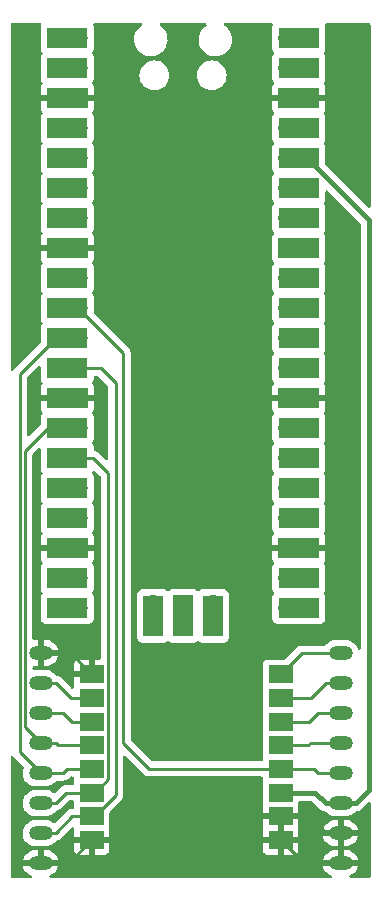
<source format=gbr>
%TF.GenerationSoftware,KiCad,Pcbnew,6.0.2+dfsg-1*%
%TF.CreationDate,2022-09-03T15:09:50+02:00*%
%TF.ProjectId,LoRa_thing,4c6f5261-5f74-4686-996e-672e6b696361,rev?*%
%TF.SameCoordinates,Original*%
%TF.FileFunction,Copper,L1,Top*%
%TF.FilePolarity,Positive*%
%FSLAX46Y46*%
G04 Gerber Fmt 4.6, Leading zero omitted, Abs format (unit mm)*
G04 Created by KiCad (PCBNEW 6.0.2+dfsg-1) date 2022-09-03 15:09:50*
%MOMM*%
%LPD*%
G01*
G04 APERTURE LIST*
%TA.AperFunction,ComponentPad*%
%ADD10O,1.700000X1.700000*%
%TD*%
%TA.AperFunction,SMDPad,CuDef*%
%ADD11R,3.500000X1.700000*%
%TD*%
%TA.AperFunction,ComponentPad*%
%ADD12R,1.700000X1.700000*%
%TD*%
%TA.AperFunction,SMDPad,CuDef*%
%ADD13R,1.700000X3.500000*%
%TD*%
%TA.AperFunction,SMDPad,CuDef*%
%ADD14R,2.000000X1.500000*%
%TD*%
%TA.AperFunction,ComponentPad*%
%ADD15O,2.000000X1.200000*%
%TD*%
%TA.AperFunction,ViaPad*%
%ADD16C,0.800000*%
%TD*%
%TA.AperFunction,Conductor*%
%ADD17C,0.250000*%
%TD*%
%TA.AperFunction,Conductor*%
%ADD18C,0.400000*%
%TD*%
G04 APERTURE END LIST*
D10*
%TO.P,U2,1,GPIO0*%
%TO.N,unconnected-(U2-Pad1)*%
X111760000Y-66040000D03*
D11*
X110860000Y-66040000D03*
D10*
%TO.P,U2,2,GPIO1*%
%TO.N,unconnected-(U2-Pad2)*%
X111760000Y-68580000D03*
D11*
X110860000Y-68580000D03*
%TO.P,U2,3,GND*%
%TO.N,GND*%
X110860000Y-71120000D03*
D12*
X111760000Y-71120000D03*
D10*
%TO.P,U2,4,GPIO2*%
%TO.N,unconnected-(U2-Pad4)*%
X111760000Y-73660000D03*
D11*
X110860000Y-73660000D03*
D10*
%TO.P,U2,5,GPIO3*%
%TO.N,unconnected-(U2-Pad5)*%
X111760000Y-76200000D03*
D11*
X110860000Y-76200000D03*
D10*
%TO.P,U2,6,GPIO4*%
%TO.N,unconnected-(U2-Pad6)*%
X111760000Y-78740000D03*
D11*
X110860000Y-78740000D03*
%TO.P,U2,7,GPIO5*%
%TO.N,unconnected-(U2-Pad7)*%
X110860000Y-81280000D03*
D10*
X111760000Y-81280000D03*
D12*
%TO.P,U2,8,GND*%
%TO.N,GND*%
X111760000Y-83820000D03*
D11*
X110860000Y-83820000D03*
%TO.P,U2,9,GPIO6*%
%TO.N,unconnected-(U2-Pad9)*%
X110860000Y-86360000D03*
D10*
X111760000Y-86360000D03*
%TO.P,U2,10,GPIO7*%
%TO.N,Net-(U1-Pad4)*%
X111760000Y-88900000D03*
D11*
X110860000Y-88900000D03*
%TO.P,U2,11,SPI1 RX*%
%TO.N,Net-(U1-Pad13)*%
X110860000Y-91440000D03*
D10*
X111760000Y-91440000D03*
%TO.P,U2,12,SPI1 CSn*%
%TO.N,Net-(U1-Pad15)*%
X111760000Y-93980000D03*
D11*
X110860000Y-93980000D03*
D12*
%TO.P,U2,13,GND*%
%TO.N,GND*%
X111760000Y-96520000D03*
D11*
X110860000Y-96520000D03*
%TO.P,U2,14,SPI1 SCK*%
%TO.N,Net-(U1-Pad12)*%
X110860000Y-99060000D03*
D10*
X111760000Y-99060000D03*
%TO.P,U2,15,SPI1 TX*%
%TO.N,Net-(U1-Pad14)*%
X111760000Y-101600000D03*
D11*
X110860000Y-101600000D03*
%TO.P,U2,16,GPIO12*%
%TO.N,unconnected-(U2-Pad16)*%
X110860000Y-104140000D03*
D10*
X111760000Y-104140000D03*
D11*
%TO.P,U2,17,GPIO13*%
%TO.N,unconnected-(U2-Pad17)*%
X110860000Y-106680000D03*
D10*
X111760000Y-106680000D03*
D11*
%TO.P,U2,18,GND*%
%TO.N,GND*%
X110860000Y-109220000D03*
D12*
X111760000Y-109220000D03*
D10*
%TO.P,U2,19,GPIO14*%
%TO.N,unconnected-(U2-Pad19)*%
X111760000Y-111760000D03*
D11*
X110860000Y-111760000D03*
%TO.P,U2,20,GPIO15*%
%TO.N,unconnected-(U2-Pad20)*%
X110860000Y-114300000D03*
D10*
X111760000Y-114300000D03*
D11*
%TO.P,U2,21,GPIO16*%
%TO.N,unconnected-(U2-Pad21)*%
X130440000Y-114300000D03*
D10*
X129540000Y-114300000D03*
D11*
%TO.P,U2,22,GPIO17*%
%TO.N,unconnected-(U2-Pad22)*%
X130440000Y-111760000D03*
D10*
X129540000Y-111760000D03*
D11*
%TO.P,U2,23,GND*%
%TO.N,GND*%
X130440000Y-109220000D03*
D12*
X129540000Y-109220000D03*
D10*
%TO.P,U2,24,GPIO18*%
%TO.N,unconnected-(U2-Pad24)*%
X129540000Y-106680000D03*
D11*
X130440000Y-106680000D03*
%TO.P,U2,25,GPIO19*%
%TO.N,unconnected-(U2-Pad25)*%
X130440000Y-104140000D03*
D10*
X129540000Y-104140000D03*
D11*
%TO.P,U2,26,GPIO20*%
%TO.N,unconnected-(U2-Pad26)*%
X130440000Y-101600000D03*
D10*
X129540000Y-101600000D03*
%TO.P,U2,27,GPIO21*%
%TO.N,unconnected-(U2-Pad27)*%
X129540000Y-99060000D03*
D11*
X130440000Y-99060000D03*
D12*
%TO.P,U2,28,GND*%
%TO.N,GND*%
X129540000Y-96520000D03*
D11*
X130440000Y-96520000D03*
D10*
%TO.P,U2,29,GPIO22*%
%TO.N,unconnected-(U2-Pad29)*%
X129540000Y-93980000D03*
D11*
X130440000Y-93980000D03*
%TO.P,U2,30,RUN*%
%TO.N,unconnected-(U2-Pad30)*%
X130440000Y-91440000D03*
D10*
X129540000Y-91440000D03*
%TO.P,U2,31,GPIO26_ADC0*%
%TO.N,unconnected-(U2-Pad31)*%
X129540000Y-88900000D03*
D11*
X130440000Y-88900000D03*
D10*
%TO.P,U2,32,GPIO27_ADC1*%
%TO.N,unconnected-(U2-Pad32)*%
X129540000Y-86360000D03*
D11*
X130440000Y-86360000D03*
%TO.P,U2,33,AGND*%
%TO.N,unconnected-(U2-Pad33)*%
X130440000Y-83820000D03*
D12*
X129540000Y-83820000D03*
D11*
%TO.P,U2,34,GPIO28_ADC2*%
%TO.N,unconnected-(U2-Pad34)*%
X130440000Y-81280000D03*
D10*
X129540000Y-81280000D03*
D11*
%TO.P,U2,35,ADC_VREF*%
%TO.N,unconnected-(U2-Pad35)*%
X130440000Y-78740000D03*
D10*
X129540000Y-78740000D03*
%TO.P,U2,36,3V3*%
%TO.N,Net-(U1-Pad3)*%
X129540000Y-76200000D03*
D11*
X130440000Y-76200000D03*
%TO.P,U2,37,3V3_EN*%
%TO.N,unconnected-(U2-Pad37)*%
X130440000Y-73660000D03*
D10*
X129540000Y-73660000D03*
D11*
%TO.P,U2,38,GND*%
%TO.N,GND*%
X130440000Y-71120000D03*
D12*
X129540000Y-71120000D03*
D11*
%TO.P,U2,39,VSYS*%
%TO.N,unconnected-(U2-Pad39)*%
X130440000Y-68580000D03*
D10*
X129540000Y-68580000D03*
%TO.P,U2,40,VBUS*%
%TO.N,unconnected-(U2-Pad40)*%
X129540000Y-66040000D03*
D11*
X130440000Y-66040000D03*
D13*
%TO.P,U2,41,SWCLK*%
%TO.N,unconnected-(U2-Pad41)*%
X118110000Y-114970000D03*
D10*
X118110000Y-114070000D03*
D12*
%TO.P,U2,42,GND*%
%TO.N,unconnected-(U2-Pad42)*%
X120650000Y-114070000D03*
D13*
X120650000Y-114970000D03*
D10*
%TO.P,U2,43,SWDIO*%
%TO.N,unconnected-(U2-Pad43)*%
X123190000Y-114070000D03*
D13*
X123190000Y-114970000D03*
%TD*%
D14*
%TO.P,U1,1,GND*%
%TO.N,GND*%
X128905000Y-133920000D03*
D15*
X133985000Y-135890000D03*
D14*
%TO.P,U1,2,GND*%
X128905000Y-131920000D03*
D15*
X133985000Y-133350000D03*
D14*
%TO.P,U1,3,VDD*%
%TO.N,Net-(U1-Pad3)*%
X128905000Y-129920000D03*
D15*
X133985000Y-130810000D03*
%TO.P,U1,4,~{RESET}*%
%TO.N,Net-(U1-Pad4)*%
X133985000Y-128270000D03*
D14*
X128905000Y-127920000D03*
%TO.P,U1,5,DIO0*%
%TO.N,unconnected-(U1-Pad5)*%
X128905000Y-125920000D03*
D15*
X133985000Y-125730000D03*
%TO.P,U1,6,DIO1*%
%TO.N,unconnected-(U1-Pad6)*%
X133985000Y-123190000D03*
D14*
X128905000Y-123920000D03*
D15*
%TO.P,U1,7,DIO2*%
%TO.N,unconnected-(U1-Pad7)*%
X133985000Y-120650000D03*
D14*
X128905000Y-121920000D03*
D15*
%TO.P,U1,8,DIO3*%
%TO.N,unconnected-(U1-Pad8)*%
X133985000Y-118110000D03*
D14*
X128905000Y-119920000D03*
D15*
%TO.P,U1,9,GND*%
%TO.N,GND*%
X108585000Y-118110000D03*
D14*
X112905000Y-119920000D03*
D15*
%TO.P,U1,10,DIO4*%
%TO.N,unconnected-(U1-Pad10)*%
X108585000Y-120650000D03*
D14*
X112905000Y-121920000D03*
D15*
%TO.P,U1,11,DIO5*%
%TO.N,unconnected-(U1-Pad11)*%
X108585000Y-123190000D03*
D14*
X112905000Y-123920000D03*
%TO.P,U1,12,SCK*%
%TO.N,Net-(U1-Pad12)*%
X112905000Y-125920000D03*
D15*
X108585000Y-125730000D03*
D14*
%TO.P,U1,13,MISO*%
%TO.N,Net-(U1-Pad13)*%
X112905000Y-127920000D03*
D15*
X108585000Y-128270000D03*
%TO.P,U1,14,MOSI*%
%TO.N,Net-(U1-Pad14)*%
X108585000Y-130810000D03*
D14*
X112905000Y-129920000D03*
D15*
%TO.P,U1,15,~{NSS}*%
%TO.N,Net-(U1-Pad15)*%
X108585000Y-133350000D03*
D14*
X112905000Y-131920000D03*
D15*
%TO.P,U1,16,GND*%
%TO.N,GND*%
X108585000Y-135890000D03*
D14*
X112905000Y-133920000D03*
%TD*%
D16*
%TO.N,GND*%
X123825000Y-129540000D03*
X118745000Y-129540000D03*
X118745000Y-126365000D03*
X123825000Y-126365000D03*
%TD*%
D17*
%TO.N,unconnected-(U1-Pad8)*%
X130715000Y-118110000D02*
X128905000Y-119920000D01*
X133985000Y-118110000D02*
X130715000Y-118110000D01*
D18*
%TO.N,Net-(U1-Pad3)*%
X133985000Y-130810000D02*
X135255000Y-130810000D01*
X136383462Y-129681538D02*
X136383462Y-81434440D01*
X135255000Y-130810000D02*
X136383462Y-129681538D01*
X136383462Y-81434440D02*
X131149022Y-76200000D01*
D17*
X131149022Y-76200000D02*
X129540000Y-76200000D01*
%TO.N,Net-(U1-Pad4)*%
X111760000Y-88900000D02*
X115570000Y-92710000D01*
X115570000Y-92710000D02*
X115570000Y-125730000D01*
X117760000Y-127920000D02*
X128905000Y-127920000D01*
X115570000Y-125730000D02*
X117760000Y-127920000D01*
%TO.N,Net-(U1-Pad15)*%
X112905000Y-131920000D02*
X113155000Y-131920000D01*
X114935000Y-130140000D02*
X114935000Y-95250000D01*
X113155000Y-131920000D02*
X114935000Y-130140000D01*
X114935000Y-95250000D02*
X113665000Y-93980000D01*
X113665000Y-93980000D02*
X111760000Y-93980000D01*
%TO.N,Net-(U1-Pad14)*%
X112905000Y-129920000D02*
X113155000Y-129920000D01*
X113155000Y-129920000D02*
X114300000Y-128775000D01*
X114300000Y-128775000D02*
X114300000Y-102870000D01*
X114300000Y-102870000D02*
X113030000Y-101600000D01*
X113030000Y-101600000D02*
X111760000Y-101600000D01*
%TO.N,Net-(U1-Pad13)*%
X108585000Y-128270000D02*
X106810960Y-126495960D01*
X106810960Y-126495960D02*
X106810960Y-94484040D01*
X106810960Y-94484040D02*
X109855000Y-91440000D01*
X109855000Y-91440000D02*
X111760000Y-91440000D01*
%TO.N,Net-(U1-Pad12)*%
X108585000Y-125730000D02*
X107260480Y-124405480D01*
X107260480Y-101019520D02*
X109220000Y-99060000D01*
X107260480Y-124405480D02*
X107260480Y-101019520D01*
X109220000Y-99060000D02*
X111760000Y-99060000D01*
%TO.N,GND*%
X112905000Y-119920000D02*
X111095000Y-118110000D01*
X111095000Y-118110000D02*
X108585000Y-118110000D01*
%TO.N,unconnected-(U1-Pad10)*%
X112905000Y-121920000D02*
X111125000Y-121920000D01*
X111125000Y-121920000D02*
X109855000Y-120650000D01*
X109855000Y-120650000D02*
X108585000Y-120650000D01*
%TO.N,unconnected-(U1-Pad11)*%
X112905000Y-123920000D02*
X111220000Y-123920000D01*
X111220000Y-123920000D02*
X110490000Y-123190000D01*
X110490000Y-123190000D02*
X108585000Y-123190000D01*
%TO.N,Net-(U1-Pad12)*%
X108585000Y-125730000D02*
X109855000Y-125730000D01*
X109855000Y-125730000D02*
X110045000Y-125920000D01*
X110045000Y-125920000D02*
X112905000Y-125920000D01*
%TO.N,Net-(U1-Pad13)*%
X108585000Y-128270000D02*
X110490000Y-128270000D01*
X110490000Y-128270000D02*
X110840000Y-127920000D01*
X110840000Y-127920000D02*
X112905000Y-127920000D01*
%TO.N,Net-(U1-Pad14)*%
X108585000Y-130810000D02*
X109855000Y-130810000D01*
X109855000Y-130810000D02*
X110745000Y-129920000D01*
X110745000Y-129920000D02*
X112905000Y-129920000D01*
%TO.N,Net-(U1-Pad15)*%
X108585000Y-133350000D02*
X109855000Y-133350000D01*
X109855000Y-133350000D02*
X111285000Y-131920000D01*
X111285000Y-131920000D02*
X112905000Y-131920000D01*
%TO.N,GND*%
X108585000Y-135890000D02*
X110935000Y-135890000D01*
X110935000Y-135890000D02*
X112905000Y-133920000D01*
X133985000Y-135890000D02*
X130875000Y-135890000D01*
X130875000Y-135890000D02*
X128905000Y-133920000D01*
X133985000Y-133350000D02*
X132715000Y-133350000D01*
X132715000Y-133350000D02*
X131285000Y-131920000D01*
X131285000Y-131920000D02*
X128905000Y-131920000D01*
D18*
%TO.N,Net-(U1-Pad3)*%
X133985000Y-130810000D02*
X132715000Y-130810000D01*
X132715000Y-130810000D02*
X131825000Y-129920000D01*
X131825000Y-129920000D02*
X128905000Y-129920000D01*
D17*
%TO.N,Net-(U1-Pad4)*%
X132080000Y-128270000D02*
X131730000Y-127920000D01*
X131730000Y-127920000D02*
X128905000Y-127920000D01*
X133985000Y-128270000D02*
X132080000Y-128270000D01*
%TO.N,unconnected-(U1-Pad5)*%
X133985000Y-125730000D02*
X131445000Y-125730000D01*
X131445000Y-125730000D02*
X131255000Y-125920000D01*
X131255000Y-125920000D02*
X128905000Y-125920000D01*
%TO.N,unconnected-(U1-Pad6)*%
X133985000Y-123190000D02*
X132080000Y-123190000D01*
X132080000Y-123190000D02*
X131350000Y-123920000D01*
X131350000Y-123920000D02*
X128905000Y-123920000D01*
%TO.N,unconnected-(U1-Pad7)*%
X132715000Y-120650000D02*
X131445000Y-121920000D01*
X133985000Y-120650000D02*
X132715000Y-120650000D01*
X131445000Y-121920000D02*
X128905000Y-121920000D01*
%TD*%
%TA.AperFunction,Conductor*%
%TO.N,GND*%
G36*
X106253512Y-126812046D02*
G01*
X106272934Y-126833207D01*
X106277393Y-126839344D01*
X106283912Y-126849267D01*
X106299587Y-126875771D01*
X106306418Y-126887322D01*
X106320739Y-126901643D01*
X106333579Y-126916676D01*
X106345488Y-126933067D01*
X106351594Y-126938118D01*
X106379565Y-126961258D01*
X106388344Y-126969248D01*
X107130358Y-127711262D01*
X107164384Y-127773574D01*
X107160291Y-127841690D01*
X107103139Y-128006271D01*
X107072787Y-128215604D01*
X107082567Y-128426899D01*
X107083971Y-128432724D01*
X107083971Y-128432725D01*
X107127027Y-128611379D01*
X107132125Y-128632534D01*
X107134607Y-128637992D01*
X107134608Y-128637996D01*
X107184342Y-128747379D01*
X107219674Y-128825087D01*
X107289338Y-128923295D01*
X107338585Y-128992720D01*
X107342054Y-128997611D01*
X107494850Y-129143881D01*
X107672548Y-129258620D01*
X107678114Y-129260863D01*
X107863168Y-129335442D01*
X107863171Y-129335443D01*
X107868737Y-129337686D01*
X108076337Y-129378228D01*
X108081899Y-129378500D01*
X109037846Y-129378500D01*
X109195566Y-129363452D01*
X109398534Y-129303908D01*
X109482111Y-129260863D01*
X109581249Y-129209804D01*
X109581252Y-129209802D01*
X109586580Y-129207058D01*
X109752920Y-129076396D01*
X109865275Y-128946918D01*
X109925027Y-128908579D01*
X109960439Y-128903500D01*
X110411233Y-128903500D01*
X110422416Y-128904027D01*
X110429909Y-128905702D01*
X110437835Y-128905453D01*
X110437836Y-128905453D01*
X110497986Y-128903562D01*
X110501945Y-128903500D01*
X110529856Y-128903500D01*
X110533791Y-128903003D01*
X110533856Y-128902995D01*
X110545693Y-128902062D01*
X110577951Y-128901048D01*
X110581970Y-128900922D01*
X110589889Y-128900673D01*
X110609343Y-128895021D01*
X110628700Y-128891013D01*
X110640930Y-128889468D01*
X110640931Y-128889468D01*
X110648797Y-128888474D01*
X110656168Y-128885555D01*
X110656170Y-128885555D01*
X110689912Y-128872196D01*
X110701142Y-128868351D01*
X110735983Y-128858229D01*
X110735984Y-128858229D01*
X110743593Y-128856018D01*
X110750412Y-128851985D01*
X110750417Y-128851983D01*
X110761028Y-128845707D01*
X110778776Y-128837012D01*
X110797617Y-128829552D01*
X110833387Y-128803564D01*
X110843307Y-128797048D01*
X110870173Y-128781159D01*
X110881362Y-128774542D01*
X110886969Y-128768936D01*
X110895685Y-128760220D01*
X110910719Y-128747379D01*
X110920695Y-128740131D01*
X110920696Y-128740130D01*
X110927107Y-128735472D01*
X110955288Y-128701407D01*
X110963277Y-128692627D01*
X111065501Y-128590404D01*
X111127813Y-128556379D01*
X111154596Y-128553500D01*
X111270500Y-128553500D01*
X111338621Y-128573502D01*
X111385114Y-128627158D01*
X111396500Y-128679500D01*
X111396500Y-128718134D01*
X111403255Y-128780316D01*
X111406027Y-128787712D01*
X111406029Y-128787718D01*
X111439039Y-128875771D01*
X111444222Y-128946578D01*
X111439039Y-128964229D01*
X111406029Y-129052282D01*
X111406027Y-129052288D01*
X111403255Y-129059684D01*
X111396500Y-129121866D01*
X111396500Y-129160500D01*
X111376498Y-129228621D01*
X111322842Y-129275114D01*
X111270500Y-129286500D01*
X110823767Y-129286500D01*
X110812584Y-129285973D01*
X110805091Y-129284298D01*
X110797165Y-129284547D01*
X110797164Y-129284547D01*
X110737014Y-129286438D01*
X110733055Y-129286500D01*
X110705144Y-129286500D01*
X110701210Y-129286997D01*
X110701209Y-129286997D01*
X110701144Y-129287005D01*
X110689307Y-129287938D01*
X110657049Y-129288952D01*
X110653030Y-129289078D01*
X110645111Y-129289327D01*
X110625657Y-129294979D01*
X110606300Y-129298987D01*
X110594070Y-129300532D01*
X110594069Y-129300532D01*
X110586203Y-129301526D01*
X110578832Y-129304445D01*
X110578830Y-129304445D01*
X110545088Y-129317804D01*
X110533858Y-129321649D01*
X110499017Y-129331771D01*
X110499016Y-129331771D01*
X110491407Y-129333982D01*
X110484588Y-129338015D01*
X110484583Y-129338017D01*
X110473972Y-129344293D01*
X110456224Y-129352988D01*
X110437383Y-129360448D01*
X110430967Y-129365110D01*
X110430966Y-129365110D01*
X110401613Y-129386436D01*
X110391693Y-129392952D01*
X110360465Y-129411420D01*
X110360462Y-129411422D01*
X110353638Y-129415458D01*
X110339317Y-129429779D01*
X110324284Y-129442619D01*
X110307893Y-129454528D01*
X110302842Y-129460633D01*
X110302837Y-129460638D01*
X110279701Y-129488604D01*
X110271713Y-129497382D01*
X109842170Y-129926925D01*
X109779858Y-129960951D01*
X109709043Y-129955886D01*
X109676893Y-129937787D01*
X109675150Y-129936119D01*
X109670122Y-129932873D01*
X109670119Y-129932870D01*
X109573054Y-129870196D01*
X109497452Y-129821380D01*
X109437354Y-129797160D01*
X109306832Y-129744558D01*
X109306829Y-129744557D01*
X109301263Y-129742314D01*
X109093663Y-129701772D01*
X109088101Y-129701500D01*
X108132154Y-129701500D01*
X107974434Y-129716548D01*
X107771466Y-129776092D01*
X107766139Y-129778836D01*
X107766138Y-129778836D01*
X107588751Y-129870196D01*
X107588748Y-129870198D01*
X107583420Y-129872942D01*
X107417080Y-130003604D01*
X107413148Y-130008135D01*
X107413145Y-130008138D01*
X107324646Y-130110125D01*
X107278448Y-130163363D01*
X107275448Y-130168549D01*
X107275445Y-130168553D01*
X107220890Y-130262856D01*
X107172527Y-130346454D01*
X107103139Y-130546271D01*
X107102278Y-130552206D01*
X107102278Y-130552208D01*
X107083822Y-130679500D01*
X107072787Y-130755604D01*
X107082567Y-130966899D01*
X107083971Y-130972724D01*
X107083971Y-130972725D01*
X107120738Y-131125283D01*
X107132125Y-131172534D01*
X107134607Y-131177992D01*
X107134608Y-131177996D01*
X107178928Y-131275472D01*
X107219674Y-131365087D01*
X107291421Y-131466232D01*
X107328840Y-131518982D01*
X107342054Y-131537611D01*
X107494850Y-131683881D01*
X107672548Y-131798620D01*
X107678114Y-131800863D01*
X107863168Y-131875442D01*
X107863171Y-131875443D01*
X107868737Y-131877686D01*
X108076337Y-131918228D01*
X108081899Y-131918500D01*
X109037846Y-131918500D01*
X109195566Y-131903452D01*
X109398534Y-131843908D01*
X109482111Y-131800863D01*
X109581249Y-131749804D01*
X109581252Y-131749802D01*
X109586580Y-131747058D01*
X109752920Y-131616396D01*
X109756852Y-131611865D01*
X109756855Y-131611862D01*
X109868434Y-131483278D01*
X109928187Y-131444937D01*
X109943888Y-131441409D01*
X109946962Y-131440922D01*
X109954889Y-131440673D01*
X109974343Y-131435021D01*
X109993700Y-131431013D01*
X110005930Y-131429468D01*
X110005931Y-131429468D01*
X110013797Y-131428474D01*
X110021168Y-131425555D01*
X110021170Y-131425555D01*
X110054912Y-131412196D01*
X110066142Y-131408351D01*
X110100983Y-131398229D01*
X110100984Y-131398229D01*
X110108593Y-131396018D01*
X110115412Y-131391985D01*
X110115417Y-131391983D01*
X110126028Y-131385707D01*
X110143776Y-131377012D01*
X110162617Y-131369552D01*
X110185408Y-131352994D01*
X110198387Y-131343564D01*
X110208307Y-131337048D01*
X110239535Y-131318580D01*
X110239538Y-131318578D01*
X110246362Y-131314542D01*
X110260683Y-131300221D01*
X110275717Y-131287380D01*
X110276928Y-131286500D01*
X110292107Y-131275472D01*
X110297158Y-131269367D01*
X110297163Y-131269362D01*
X110320299Y-131241396D01*
X110328287Y-131232618D01*
X110970500Y-130590405D01*
X111032812Y-130556379D01*
X111059595Y-130553500D01*
X111270500Y-130553500D01*
X111338621Y-130573502D01*
X111385114Y-130627158D01*
X111396500Y-130679500D01*
X111396500Y-130718134D01*
X111403255Y-130780316D01*
X111406027Y-130787712D01*
X111406029Y-130787718D01*
X111439039Y-130875771D01*
X111444222Y-130946578D01*
X111439039Y-130964229D01*
X111406029Y-131052282D01*
X111406027Y-131052288D01*
X111403255Y-131059684D01*
X111396500Y-131121866D01*
X111396500Y-131160500D01*
X111376498Y-131228621D01*
X111322842Y-131275114D01*
X111270500Y-131286500D01*
X111245144Y-131286500D01*
X111241229Y-131286995D01*
X111241225Y-131286995D01*
X111241167Y-131287003D01*
X111241138Y-131287006D01*
X111229296Y-131287939D01*
X111185110Y-131289327D01*
X111170532Y-131293562D01*
X111165658Y-131294978D01*
X111146306Y-131298986D01*
X111134068Y-131300532D01*
X111134066Y-131300533D01*
X111126203Y-131301526D01*
X111085086Y-131317806D01*
X111073885Y-131321641D01*
X111031406Y-131333982D01*
X111024587Y-131338015D01*
X111024582Y-131338017D01*
X111013971Y-131344293D01*
X110996221Y-131352990D01*
X110977383Y-131360448D01*
X110970967Y-131365109D01*
X110970966Y-131365110D01*
X110941625Y-131386428D01*
X110931701Y-131392947D01*
X110900460Y-131411422D01*
X110900455Y-131411426D01*
X110893637Y-131415458D01*
X110879313Y-131429782D01*
X110864281Y-131442621D01*
X110847893Y-131454528D01*
X110838211Y-131466232D01*
X110819712Y-131488593D01*
X110811722Y-131497373D01*
X109842170Y-132466925D01*
X109779858Y-132500951D01*
X109709043Y-132495886D01*
X109676893Y-132477787D01*
X109675150Y-132476119D01*
X109670122Y-132472873D01*
X109670119Y-132472870D01*
X109573054Y-132410196D01*
X109497452Y-132361380D01*
X109393043Y-132319302D01*
X109306832Y-132284558D01*
X109306829Y-132284557D01*
X109301263Y-132282314D01*
X109093663Y-132241772D01*
X109088101Y-132241500D01*
X108132154Y-132241500D01*
X107974434Y-132256548D01*
X107771466Y-132316092D01*
X107766139Y-132318836D01*
X107766138Y-132318836D01*
X107588751Y-132410196D01*
X107588748Y-132410198D01*
X107583420Y-132412942D01*
X107417080Y-132543604D01*
X107413148Y-132548135D01*
X107413145Y-132548138D01*
X107352023Y-132618575D01*
X107278448Y-132703363D01*
X107275448Y-132708549D01*
X107275445Y-132708553D01*
X107238474Y-132772460D01*
X107172527Y-132886454D01*
X107103139Y-133086271D01*
X107102278Y-133092206D01*
X107102278Y-133092208D01*
X107097476Y-133125331D01*
X107072787Y-133295604D01*
X107082567Y-133506899D01*
X107083971Y-133512724D01*
X107083971Y-133512725D01*
X107130680Y-133706537D01*
X107132125Y-133712534D01*
X107219674Y-133905087D01*
X107342054Y-134077611D01*
X107494850Y-134223881D01*
X107672548Y-134338620D01*
X107678114Y-134340863D01*
X107863168Y-134415442D01*
X107863171Y-134415443D01*
X107868737Y-134417686D01*
X108076337Y-134458228D01*
X108081899Y-134458500D01*
X109037846Y-134458500D01*
X109195566Y-134443452D01*
X109398534Y-134383908D01*
X109482977Y-134340417D01*
X109581249Y-134289804D01*
X109581252Y-134289802D01*
X109586580Y-134287058D01*
X109752920Y-134156396D01*
X109756852Y-134151865D01*
X109756855Y-134151862D01*
X109868434Y-134023278D01*
X109928187Y-133984937D01*
X109943888Y-133981409D01*
X109946962Y-133980922D01*
X109954889Y-133980673D01*
X109974343Y-133975021D01*
X109993700Y-133971013D01*
X110005930Y-133969468D01*
X110005931Y-133969468D01*
X110013797Y-133968474D01*
X110021168Y-133965555D01*
X110021170Y-133965555D01*
X110054912Y-133952196D01*
X110066142Y-133948351D01*
X110100983Y-133938229D01*
X110100984Y-133938229D01*
X110108593Y-133936018D01*
X110115412Y-133931985D01*
X110115417Y-133931983D01*
X110126028Y-133925707D01*
X110143776Y-133917012D01*
X110162617Y-133909552D01*
X110198387Y-133883564D01*
X110208307Y-133877048D01*
X110239535Y-133858580D01*
X110239538Y-133858578D01*
X110246362Y-133854542D01*
X110260683Y-133840221D01*
X110275717Y-133827380D01*
X110285694Y-133820131D01*
X110292107Y-133815472D01*
X110320298Y-133781395D01*
X110328288Y-133772616D01*
X111210005Y-132890899D01*
X111272317Y-132856873D01*
X111343132Y-132861938D01*
X111399968Y-132904485D01*
X111424779Y-132971005D01*
X111417082Y-133024223D01*
X111406522Y-133052391D01*
X111402895Y-133067649D01*
X111397369Y-133118514D01*
X111397000Y-133125328D01*
X111397000Y-133647885D01*
X111401475Y-133663124D01*
X111402865Y-133664329D01*
X111410548Y-133666000D01*
X114394884Y-133666000D01*
X114410123Y-133661525D01*
X114411328Y-133660135D01*
X114412999Y-133652452D01*
X114412999Y-133647885D01*
X127397000Y-133647885D01*
X127401475Y-133663124D01*
X127402865Y-133664329D01*
X127410548Y-133666000D01*
X128632885Y-133666000D01*
X128648124Y-133661525D01*
X128649329Y-133660135D01*
X128651000Y-133652452D01*
X128651000Y-133647885D01*
X129159000Y-133647885D01*
X129163475Y-133663124D01*
X129164865Y-133664329D01*
X129172548Y-133666000D01*
X130394884Y-133666000D01*
X130410123Y-133661525D01*
X130411328Y-133660135D01*
X130412999Y-133652452D01*
X130412999Y-133617399D01*
X132509712Y-133617399D01*
X132531194Y-133706537D01*
X132535083Y-133717832D01*
X132617629Y-133899382D01*
X132623576Y-133909724D01*
X132738968Y-134072397D01*
X132746761Y-134081425D01*
X132890831Y-134219342D01*
X132900196Y-134226738D01*
X133067741Y-134334921D01*
X133078345Y-134340417D01*
X133263312Y-134414961D01*
X133274770Y-134418355D01*
X133471928Y-134456857D01*
X133480791Y-134457934D01*
X133483500Y-134458000D01*
X133712885Y-134458000D01*
X133728124Y-134453525D01*
X133729329Y-134452135D01*
X133731000Y-134444452D01*
X133731000Y-134439885D01*
X134239000Y-134439885D01*
X134243475Y-134455124D01*
X134244865Y-134456329D01*
X134252548Y-134458000D01*
X134434832Y-134458000D01*
X134440808Y-134457715D01*
X134589494Y-134443529D01*
X134601228Y-134441270D01*
X134792599Y-134385128D01*
X134803675Y-134380698D01*
X134980978Y-134289381D01*
X134991024Y-134282931D01*
X135147857Y-134159738D01*
X135156506Y-134151501D01*
X135287212Y-134000877D01*
X135294147Y-133991153D01*
X135394010Y-133818533D01*
X135398984Y-133807669D01*
X135464407Y-133619273D01*
X135464648Y-133618284D01*
X135463180Y-133607992D01*
X135449615Y-133604000D01*
X134257115Y-133604000D01*
X134241876Y-133608475D01*
X134240671Y-133609865D01*
X134239000Y-133617548D01*
X134239000Y-134439885D01*
X133731000Y-134439885D01*
X133731000Y-133622115D01*
X133726525Y-133606876D01*
X133725135Y-133605671D01*
X133717452Y-133604000D01*
X132524598Y-133604000D01*
X132511067Y-133607973D01*
X132509712Y-133617399D01*
X130412999Y-133617399D01*
X130412999Y-133125331D01*
X130412629Y-133118510D01*
X130408633Y-133081716D01*
X132505352Y-133081716D01*
X132506820Y-133092008D01*
X132520385Y-133096000D01*
X133712885Y-133096000D01*
X133728124Y-133091525D01*
X133729329Y-133090135D01*
X133731000Y-133082452D01*
X133731000Y-133077885D01*
X134239000Y-133077885D01*
X134243475Y-133093124D01*
X134244865Y-133094329D01*
X134252548Y-133096000D01*
X135445402Y-133096000D01*
X135458933Y-133092027D01*
X135460288Y-133082601D01*
X135438806Y-132993463D01*
X135434917Y-132982168D01*
X135352371Y-132800618D01*
X135346424Y-132790276D01*
X135231032Y-132627603D01*
X135223239Y-132618575D01*
X135079169Y-132480658D01*
X135069804Y-132473262D01*
X134902259Y-132365079D01*
X134891655Y-132359583D01*
X134706688Y-132285039D01*
X134695230Y-132281645D01*
X134498072Y-132243143D01*
X134489209Y-132242066D01*
X134486500Y-132242000D01*
X134257115Y-132242000D01*
X134241876Y-132246475D01*
X134240671Y-132247865D01*
X134239000Y-132255548D01*
X134239000Y-133077885D01*
X133731000Y-133077885D01*
X133731000Y-132260115D01*
X133726525Y-132244876D01*
X133725135Y-132243671D01*
X133717452Y-132242000D01*
X133535168Y-132242000D01*
X133529192Y-132242285D01*
X133380506Y-132256471D01*
X133368772Y-132258730D01*
X133177401Y-132314872D01*
X133166325Y-132319302D01*
X132989022Y-132410619D01*
X132978976Y-132417069D01*
X132822143Y-132540262D01*
X132813494Y-132548499D01*
X132682788Y-132699123D01*
X132675853Y-132708847D01*
X132575990Y-132881467D01*
X132571016Y-132892331D01*
X132505593Y-133080727D01*
X132505352Y-133081716D01*
X130408633Y-133081716D01*
X130407105Y-133067648D01*
X130403479Y-133052396D01*
X130370427Y-132964230D01*
X130365244Y-132893422D01*
X130370427Y-132875770D01*
X130403478Y-132787606D01*
X130407105Y-132772351D01*
X130412631Y-132721486D01*
X130413000Y-132714672D01*
X130413000Y-132192115D01*
X130408525Y-132176876D01*
X130407135Y-132175671D01*
X130399452Y-132174000D01*
X129177115Y-132174000D01*
X129161876Y-132178475D01*
X129160671Y-132179865D01*
X129159000Y-132187548D01*
X129159000Y-133647885D01*
X128651000Y-133647885D01*
X128651000Y-132192115D01*
X128646525Y-132176876D01*
X128645135Y-132175671D01*
X128637452Y-132174000D01*
X127415116Y-132174000D01*
X127399877Y-132178475D01*
X127398672Y-132179865D01*
X127397001Y-132187548D01*
X127397001Y-132714669D01*
X127397371Y-132721490D01*
X127402895Y-132772352D01*
X127406521Y-132787604D01*
X127439573Y-132875770D01*
X127444756Y-132946578D01*
X127439573Y-132964230D01*
X127406522Y-133052394D01*
X127402895Y-133067649D01*
X127397369Y-133118514D01*
X127397000Y-133125328D01*
X127397000Y-133647885D01*
X114412999Y-133647885D01*
X114412999Y-133125331D01*
X114412629Y-133118510D01*
X114407105Y-133067648D01*
X114403478Y-133052394D01*
X114370694Y-132964941D01*
X114365511Y-132894134D01*
X114370694Y-132876483D01*
X114403971Y-132787718D01*
X114403973Y-132787712D01*
X114406745Y-132780316D01*
X114413500Y-132718134D01*
X114413500Y-131609594D01*
X114433502Y-131541473D01*
X114450405Y-131520499D01*
X115327247Y-130643657D01*
X115335537Y-130636113D01*
X115342018Y-130632000D01*
X115388659Y-130582332D01*
X115391413Y-130579491D01*
X115411134Y-130559770D01*
X115413612Y-130556575D01*
X115421318Y-130547553D01*
X115446158Y-130521101D01*
X115451586Y-130515321D01*
X115461346Y-130497568D01*
X115472199Y-130481045D01*
X115479753Y-130471306D01*
X115484613Y-130465041D01*
X115502176Y-130424457D01*
X115507383Y-130413827D01*
X115528695Y-130375060D01*
X115530666Y-130367383D01*
X115530668Y-130367378D01*
X115533732Y-130355442D01*
X115540138Y-130336730D01*
X115545033Y-130325419D01*
X115548181Y-130318145D01*
X115549421Y-130310317D01*
X115549423Y-130310310D01*
X115555099Y-130274476D01*
X115557505Y-130262856D01*
X115566528Y-130227711D01*
X115566528Y-130227710D01*
X115568500Y-130220030D01*
X115568500Y-130199776D01*
X115570051Y-130180065D01*
X115571980Y-130167886D01*
X115573220Y-130160057D01*
X115569059Y-130116038D01*
X115568500Y-130104181D01*
X115568500Y-126928594D01*
X115588502Y-126860473D01*
X115642158Y-126813980D01*
X115712432Y-126803876D01*
X115777012Y-126833370D01*
X115783595Y-126839499D01*
X117256343Y-128312247D01*
X117263887Y-128320537D01*
X117268000Y-128327018D01*
X117273777Y-128332443D01*
X117317667Y-128373658D01*
X117320509Y-128376413D01*
X117340231Y-128396135D01*
X117343373Y-128398572D01*
X117343433Y-128398619D01*
X117352445Y-128406317D01*
X117374363Y-128426899D01*
X117384679Y-128436586D01*
X117391622Y-128440403D01*
X117402431Y-128446345D01*
X117418953Y-128457198D01*
X117434959Y-128469614D01*
X117442237Y-128472764D01*
X117442238Y-128472764D01*
X117475537Y-128487174D01*
X117486187Y-128492391D01*
X117524940Y-128513695D01*
X117532615Y-128515666D01*
X117532616Y-128515666D01*
X117544562Y-128518733D01*
X117563267Y-128525137D01*
X117581855Y-128533181D01*
X117589678Y-128534420D01*
X117589688Y-128534423D01*
X117625524Y-128540099D01*
X117637144Y-128542505D01*
X117672289Y-128551528D01*
X117679970Y-128553500D01*
X117700224Y-128553500D01*
X117719934Y-128555051D01*
X117739943Y-128558220D01*
X117747835Y-128557474D01*
X117783961Y-128554059D01*
X117795819Y-128553500D01*
X127270500Y-128553500D01*
X127338621Y-128573502D01*
X127385114Y-128627158D01*
X127396500Y-128679500D01*
X127396500Y-128718134D01*
X127403255Y-128780316D01*
X127406027Y-128787712D01*
X127406029Y-128787718D01*
X127439039Y-128875771D01*
X127444222Y-128946578D01*
X127439039Y-128964229D01*
X127406029Y-129052282D01*
X127406027Y-129052288D01*
X127403255Y-129059684D01*
X127396500Y-129121866D01*
X127396500Y-130718134D01*
X127403255Y-130780316D01*
X127406027Y-130787712D01*
X127406029Y-130787718D01*
X127439306Y-130876483D01*
X127444489Y-130947290D01*
X127439306Y-130964941D01*
X127406522Y-131052391D01*
X127402895Y-131067649D01*
X127397369Y-131118514D01*
X127397000Y-131125328D01*
X127397000Y-131647885D01*
X127401475Y-131663124D01*
X127402865Y-131664329D01*
X127410548Y-131666000D01*
X130394884Y-131666000D01*
X130410123Y-131661525D01*
X130411328Y-131660135D01*
X130412999Y-131652452D01*
X130412999Y-131125331D01*
X130412629Y-131118510D01*
X130407105Y-131067648D01*
X130403478Y-131052394D01*
X130370694Y-130964941D01*
X130365511Y-130894134D01*
X130370694Y-130876483D01*
X130403971Y-130787718D01*
X130403973Y-130787712D01*
X130406745Y-130780316D01*
X130411028Y-130740892D01*
X130438270Y-130675330D01*
X130496634Y-130634904D01*
X130536291Y-130628500D01*
X131479340Y-130628500D01*
X131547461Y-130648502D01*
X131568435Y-130665405D01*
X132193550Y-131290520D01*
X132199404Y-131296785D01*
X132237439Y-131340385D01*
X132279540Y-131369974D01*
X132289719Y-131377128D01*
X132295014Y-131381061D01*
X132345282Y-131420476D01*
X132352198Y-131423599D01*
X132354484Y-131424983D01*
X132369165Y-131433357D01*
X132371525Y-131434622D01*
X132377739Y-131438990D01*
X132384818Y-131441750D01*
X132384820Y-131441751D01*
X132437275Y-131462202D01*
X132443344Y-131464753D01*
X132501573Y-131491045D01*
X132509046Y-131492430D01*
X132511612Y-131493234D01*
X132527835Y-131497855D01*
X132530427Y-131498520D01*
X132537509Y-131501282D01*
X132545044Y-131502274D01*
X132600861Y-131509622D01*
X132607377Y-131510654D01*
X132645770Y-131517770D01*
X132670186Y-131522295D01*
X132677770Y-131521858D01*
X132683004Y-131522187D01*
X132749734Y-131546425D01*
X132762221Y-131556917D01*
X132894850Y-131683881D01*
X133072548Y-131798620D01*
X133078114Y-131800863D01*
X133263168Y-131875442D01*
X133263171Y-131875443D01*
X133268737Y-131877686D01*
X133476337Y-131918228D01*
X133481899Y-131918500D01*
X134437846Y-131918500D01*
X134595566Y-131903452D01*
X134798534Y-131843908D01*
X134882111Y-131800863D01*
X134981249Y-131749804D01*
X134981252Y-131749802D01*
X134986580Y-131747058D01*
X135152920Y-131616396D01*
X135197168Y-131565404D01*
X135256920Y-131527064D01*
X135285253Y-131522241D01*
X135292352Y-131522725D01*
X135299829Y-131521420D01*
X135299831Y-131521420D01*
X135339130Y-131514561D01*
X135355303Y-131511738D01*
X135361821Y-131510777D01*
X135425242Y-131503102D01*
X135432343Y-131500419D01*
X135434952Y-131499778D01*
X135451262Y-131495315D01*
X135453798Y-131494550D01*
X135461284Y-131493243D01*
X135519800Y-131467556D01*
X135525904Y-131465065D01*
X135578548Y-131445173D01*
X135578549Y-131445172D01*
X135585656Y-131442487D01*
X135591919Y-131438183D01*
X135594285Y-131436946D01*
X135609097Y-131428701D01*
X135611351Y-131427368D01*
X135618305Y-131424315D01*
X135669002Y-131385413D01*
X135674332Y-131381541D01*
X135720720Y-131349661D01*
X135720725Y-131349656D01*
X135726981Y-131345357D01*
X135750839Y-131318580D01*
X135768427Y-131298839D01*
X135773408Y-131293562D01*
X136309905Y-130757066D01*
X136372217Y-130723041D01*
X136443033Y-130728106D01*
X136499868Y-130770653D01*
X136524679Y-130837173D01*
X136525000Y-130846162D01*
X136525000Y-137034000D01*
X136504998Y-137102121D01*
X136451342Y-137148614D01*
X136399000Y-137160000D01*
X134858870Y-137160000D01*
X134790749Y-137139998D01*
X134744256Y-137086342D01*
X134734152Y-137016068D01*
X134763646Y-136951488D01*
X134801178Y-136921984D01*
X134980978Y-136829381D01*
X134991024Y-136822931D01*
X135147857Y-136699738D01*
X135156506Y-136691501D01*
X135287212Y-136540877D01*
X135294147Y-136531153D01*
X135394010Y-136358533D01*
X135398984Y-136347669D01*
X135464407Y-136159273D01*
X135464648Y-136158284D01*
X135463180Y-136147992D01*
X135449615Y-136144000D01*
X132524598Y-136144000D01*
X132511067Y-136147973D01*
X132509712Y-136157399D01*
X132531194Y-136246537D01*
X132535083Y-136257832D01*
X132617629Y-136439382D01*
X132623576Y-136449724D01*
X132738968Y-136612397D01*
X132746761Y-136621425D01*
X132890831Y-136759342D01*
X132900196Y-136766738D01*
X133067741Y-136874921D01*
X133078341Y-136880415D01*
X133169452Y-136917134D01*
X133225157Y-136961149D01*
X133248224Y-137028294D01*
X133231327Y-137097251D01*
X133179832Y-137146126D01*
X133122353Y-137160000D01*
X109458870Y-137160000D01*
X109390749Y-137139998D01*
X109344256Y-137086342D01*
X109334152Y-137016068D01*
X109363646Y-136951488D01*
X109401178Y-136921984D01*
X109580978Y-136829381D01*
X109591024Y-136822931D01*
X109747857Y-136699738D01*
X109756506Y-136691501D01*
X109887212Y-136540877D01*
X109894147Y-136531153D01*
X109994010Y-136358533D01*
X109998984Y-136347669D01*
X110064407Y-136159273D01*
X110064648Y-136158284D01*
X110063180Y-136147992D01*
X110049615Y-136144000D01*
X107124598Y-136144000D01*
X107111067Y-136147973D01*
X107109712Y-136157399D01*
X107131194Y-136246537D01*
X107135083Y-136257832D01*
X107217629Y-136439382D01*
X107223576Y-136449724D01*
X107338968Y-136612397D01*
X107346761Y-136621425D01*
X107490831Y-136759342D01*
X107500196Y-136766738D01*
X107667741Y-136874921D01*
X107678341Y-136880415D01*
X107769452Y-136917134D01*
X107825157Y-136961149D01*
X107848224Y-137028294D01*
X107831327Y-137097251D01*
X107779832Y-137146126D01*
X107722353Y-137160000D01*
X106171000Y-137160000D01*
X106102879Y-137139998D01*
X106056386Y-137086342D01*
X106045000Y-137034000D01*
X106045000Y-135621716D01*
X107105352Y-135621716D01*
X107106820Y-135632008D01*
X107120385Y-135636000D01*
X108312885Y-135636000D01*
X108328124Y-135631525D01*
X108329329Y-135630135D01*
X108331000Y-135622452D01*
X108331000Y-135617885D01*
X108839000Y-135617885D01*
X108843475Y-135633124D01*
X108844865Y-135634329D01*
X108852548Y-135636000D01*
X110045402Y-135636000D01*
X110058933Y-135632027D01*
X110060288Y-135622601D01*
X110060075Y-135621716D01*
X132505352Y-135621716D01*
X132506820Y-135632008D01*
X132520385Y-135636000D01*
X133712885Y-135636000D01*
X133728124Y-135631525D01*
X133729329Y-135630135D01*
X133731000Y-135622452D01*
X133731000Y-135617885D01*
X134239000Y-135617885D01*
X134243475Y-135633124D01*
X134244865Y-135634329D01*
X134252548Y-135636000D01*
X135445402Y-135636000D01*
X135458933Y-135632027D01*
X135460288Y-135622601D01*
X135438806Y-135533463D01*
X135434917Y-135522168D01*
X135352371Y-135340618D01*
X135346424Y-135330276D01*
X135231032Y-135167603D01*
X135223239Y-135158575D01*
X135079169Y-135020658D01*
X135069804Y-135013262D01*
X134902259Y-134905079D01*
X134891655Y-134899583D01*
X134706688Y-134825039D01*
X134695230Y-134821645D01*
X134498072Y-134783143D01*
X134489209Y-134782066D01*
X134486500Y-134782000D01*
X134257115Y-134782000D01*
X134241876Y-134786475D01*
X134240671Y-134787865D01*
X134239000Y-134795548D01*
X134239000Y-135617885D01*
X133731000Y-135617885D01*
X133731000Y-134800115D01*
X133726525Y-134784876D01*
X133725135Y-134783671D01*
X133717452Y-134782000D01*
X133535168Y-134782000D01*
X133529192Y-134782285D01*
X133380506Y-134796471D01*
X133368772Y-134798730D01*
X133177401Y-134854872D01*
X133166325Y-134859302D01*
X132989022Y-134950619D01*
X132978976Y-134957069D01*
X132822143Y-135080262D01*
X132813494Y-135088499D01*
X132682788Y-135239123D01*
X132675853Y-135248847D01*
X132575990Y-135421467D01*
X132571016Y-135432331D01*
X132505593Y-135620727D01*
X132505352Y-135621716D01*
X110060075Y-135621716D01*
X110038806Y-135533463D01*
X110034917Y-135522168D01*
X109952371Y-135340618D01*
X109946424Y-135330276D01*
X109831032Y-135167603D01*
X109823239Y-135158575D01*
X109679169Y-135020658D01*
X109669804Y-135013262D01*
X109502259Y-134905079D01*
X109491655Y-134899583D01*
X109306688Y-134825039D01*
X109295230Y-134821645D01*
X109098072Y-134783143D01*
X109089209Y-134782066D01*
X109086500Y-134782000D01*
X108857115Y-134782000D01*
X108841876Y-134786475D01*
X108840671Y-134787865D01*
X108839000Y-134795548D01*
X108839000Y-135617885D01*
X108331000Y-135617885D01*
X108331000Y-134800115D01*
X108326525Y-134784876D01*
X108325135Y-134783671D01*
X108317452Y-134782000D01*
X108135168Y-134782000D01*
X108129192Y-134782285D01*
X107980506Y-134796471D01*
X107968772Y-134798730D01*
X107777401Y-134854872D01*
X107766325Y-134859302D01*
X107589022Y-134950619D01*
X107578976Y-134957069D01*
X107422143Y-135080262D01*
X107413494Y-135088499D01*
X107282788Y-135239123D01*
X107275853Y-135248847D01*
X107175990Y-135421467D01*
X107171016Y-135432331D01*
X107105593Y-135620727D01*
X107105352Y-135621716D01*
X106045000Y-135621716D01*
X106045000Y-134714669D01*
X111397001Y-134714669D01*
X111397371Y-134721490D01*
X111402895Y-134772352D01*
X111406521Y-134787604D01*
X111451676Y-134908054D01*
X111460214Y-134923649D01*
X111536715Y-135025724D01*
X111549276Y-135038285D01*
X111651351Y-135114786D01*
X111666946Y-135123324D01*
X111787394Y-135168478D01*
X111802649Y-135172105D01*
X111853514Y-135177631D01*
X111860328Y-135178000D01*
X112632885Y-135178000D01*
X112648124Y-135173525D01*
X112649329Y-135172135D01*
X112651000Y-135164452D01*
X112651000Y-135159884D01*
X113159000Y-135159884D01*
X113163475Y-135175123D01*
X113164865Y-135176328D01*
X113172548Y-135177999D01*
X113949669Y-135177999D01*
X113956490Y-135177629D01*
X114007352Y-135172105D01*
X114022604Y-135168479D01*
X114143054Y-135123324D01*
X114158649Y-135114786D01*
X114260724Y-135038285D01*
X114273285Y-135025724D01*
X114349786Y-134923649D01*
X114358324Y-134908054D01*
X114403478Y-134787606D01*
X114407105Y-134772351D01*
X114412631Y-134721486D01*
X114413000Y-134714672D01*
X114413000Y-134714669D01*
X127397001Y-134714669D01*
X127397371Y-134721490D01*
X127402895Y-134772352D01*
X127406521Y-134787604D01*
X127451676Y-134908054D01*
X127460214Y-134923649D01*
X127536715Y-135025724D01*
X127549276Y-135038285D01*
X127651351Y-135114786D01*
X127666946Y-135123324D01*
X127787394Y-135168478D01*
X127802649Y-135172105D01*
X127853514Y-135177631D01*
X127860328Y-135178000D01*
X128632885Y-135178000D01*
X128648124Y-135173525D01*
X128649329Y-135172135D01*
X128651000Y-135164452D01*
X128651000Y-135159884D01*
X129159000Y-135159884D01*
X129163475Y-135175123D01*
X129164865Y-135176328D01*
X129172548Y-135177999D01*
X129949669Y-135177999D01*
X129956490Y-135177629D01*
X130007352Y-135172105D01*
X130022604Y-135168479D01*
X130143054Y-135123324D01*
X130158649Y-135114786D01*
X130260724Y-135038285D01*
X130273285Y-135025724D01*
X130349786Y-134923649D01*
X130358324Y-134908054D01*
X130403478Y-134787606D01*
X130407105Y-134772351D01*
X130412631Y-134721486D01*
X130413000Y-134714672D01*
X130413000Y-134192115D01*
X130408525Y-134176876D01*
X130407135Y-134175671D01*
X130399452Y-134174000D01*
X129177115Y-134174000D01*
X129161876Y-134178475D01*
X129160671Y-134179865D01*
X129159000Y-134187548D01*
X129159000Y-135159884D01*
X128651000Y-135159884D01*
X128651000Y-134192115D01*
X128646525Y-134176876D01*
X128645135Y-134175671D01*
X128637452Y-134174000D01*
X127415116Y-134174000D01*
X127399877Y-134178475D01*
X127398672Y-134179865D01*
X127397001Y-134187548D01*
X127397001Y-134714669D01*
X114413000Y-134714669D01*
X114413000Y-134192115D01*
X114408525Y-134176876D01*
X114407135Y-134175671D01*
X114399452Y-134174000D01*
X113177115Y-134174000D01*
X113161876Y-134178475D01*
X113160671Y-134179865D01*
X113159000Y-134187548D01*
X113159000Y-135159884D01*
X112651000Y-135159884D01*
X112651000Y-134192115D01*
X112646525Y-134176876D01*
X112645135Y-134175671D01*
X112637452Y-134174000D01*
X111415116Y-134174000D01*
X111399877Y-134178475D01*
X111398672Y-134179865D01*
X111397001Y-134187548D01*
X111397001Y-134714669D01*
X106045000Y-134714669D01*
X106045000Y-126907270D01*
X106065002Y-126839149D01*
X106118658Y-126792656D01*
X106188932Y-126782552D01*
X106253512Y-126812046D01*
G37*
%TD.AperFunction*%
%TA.AperFunction,Conductor*%
G36*
X108611202Y-64790002D02*
G01*
X108657695Y-64843658D01*
X108667799Y-64913932D01*
X108658161Y-64942836D01*
X108659385Y-64943295D01*
X108608255Y-65079684D01*
X108601500Y-65141866D01*
X108601500Y-66938134D01*
X108608255Y-67000316D01*
X108659385Y-67136705D01*
X108664771Y-67143891D01*
X108732630Y-67234435D01*
X108757478Y-67300941D01*
X108742425Y-67370324D01*
X108732632Y-67385562D01*
X108659385Y-67483295D01*
X108608255Y-67619684D01*
X108601500Y-67681866D01*
X108601500Y-69478134D01*
X108608255Y-69540316D01*
X108659385Y-69676705D01*
X108664771Y-69683891D01*
X108732942Y-69774852D01*
X108757790Y-69841358D01*
X108742737Y-69910741D01*
X108732942Y-69925982D01*
X108665214Y-70016351D01*
X108656676Y-70031946D01*
X108611522Y-70152394D01*
X108607895Y-70167649D01*
X108602369Y-70218514D01*
X108602000Y-70225328D01*
X108602000Y-70847885D01*
X108606475Y-70863124D01*
X108607865Y-70864329D01*
X108615548Y-70866000D01*
X113099884Y-70866000D01*
X113115123Y-70861525D01*
X113116328Y-70860135D01*
X113117999Y-70852452D01*
X113117999Y-70225331D01*
X113117629Y-70218510D01*
X113112105Y-70167648D01*
X113108479Y-70152396D01*
X113063324Y-70031946D01*
X113054786Y-70016351D01*
X112987058Y-69925982D01*
X112962210Y-69859475D01*
X112977263Y-69790093D01*
X112987058Y-69774852D01*
X113055229Y-69683891D01*
X113060615Y-69676705D01*
X113111745Y-69540316D01*
X113118500Y-69478134D01*
X113118500Y-69200000D01*
X116961693Y-69200000D01*
X116980885Y-69419371D01*
X117037880Y-69632076D01*
X117040205Y-69637061D01*
X117128618Y-69826666D01*
X117128621Y-69826671D01*
X117130944Y-69831653D01*
X117134100Y-69836160D01*
X117134101Y-69836162D01*
X117165228Y-69880615D01*
X117257251Y-70012038D01*
X117412962Y-70167749D01*
X117593346Y-70294056D01*
X117792924Y-70387120D01*
X118005629Y-70444115D01*
X118225000Y-70463307D01*
X118444371Y-70444115D01*
X118657076Y-70387120D01*
X118856654Y-70294056D01*
X119037038Y-70167749D01*
X119192749Y-70012038D01*
X119284773Y-69880615D01*
X119315899Y-69836162D01*
X119315900Y-69836160D01*
X119319056Y-69831653D01*
X119321379Y-69826671D01*
X119321382Y-69826666D01*
X119409795Y-69637061D01*
X119412120Y-69632076D01*
X119469115Y-69419371D01*
X119488307Y-69200000D01*
X121811693Y-69200000D01*
X121830885Y-69419371D01*
X121887880Y-69632076D01*
X121890205Y-69637061D01*
X121978618Y-69826666D01*
X121978621Y-69826671D01*
X121980944Y-69831653D01*
X121984100Y-69836160D01*
X121984101Y-69836162D01*
X122015228Y-69880615D01*
X122107251Y-70012038D01*
X122262962Y-70167749D01*
X122443346Y-70294056D01*
X122642924Y-70387120D01*
X122855629Y-70444115D01*
X123075000Y-70463307D01*
X123294371Y-70444115D01*
X123507076Y-70387120D01*
X123706654Y-70294056D01*
X123887038Y-70167749D01*
X124042749Y-70012038D01*
X124134773Y-69880615D01*
X124165899Y-69836162D01*
X124165900Y-69836160D01*
X124169056Y-69831653D01*
X124171379Y-69826671D01*
X124171382Y-69826666D01*
X124259795Y-69637061D01*
X124262120Y-69632076D01*
X124319115Y-69419371D01*
X124338307Y-69200000D01*
X124319115Y-68980629D01*
X124262120Y-68767924D01*
X124212451Y-68661409D01*
X124171382Y-68573334D01*
X124171379Y-68573329D01*
X124169056Y-68568347D01*
X124165899Y-68563838D01*
X124045908Y-68392473D01*
X124045906Y-68392470D01*
X124042749Y-68387962D01*
X123887038Y-68232251D01*
X123706654Y-68105944D01*
X123507076Y-68012880D01*
X123294371Y-67955885D01*
X123075000Y-67936693D01*
X122855629Y-67955885D01*
X122642924Y-68012880D01*
X122549562Y-68056415D01*
X122448334Y-68103618D01*
X122448329Y-68103621D01*
X122443347Y-68105944D01*
X122438840Y-68109100D01*
X122438838Y-68109101D01*
X122267473Y-68229092D01*
X122267470Y-68229094D01*
X122262962Y-68232251D01*
X122107251Y-68387962D01*
X122104094Y-68392470D01*
X122104092Y-68392473D01*
X121984101Y-68563838D01*
X121980944Y-68568347D01*
X121978621Y-68573329D01*
X121978618Y-68573334D01*
X121937549Y-68661409D01*
X121887880Y-68767924D01*
X121830885Y-68980629D01*
X121811693Y-69200000D01*
X119488307Y-69200000D01*
X119469115Y-68980629D01*
X119412120Y-68767924D01*
X119362451Y-68661409D01*
X119321382Y-68573334D01*
X119321379Y-68573329D01*
X119319056Y-68568347D01*
X119315899Y-68563838D01*
X119195908Y-68392473D01*
X119195906Y-68392470D01*
X119192749Y-68387962D01*
X119037038Y-68232251D01*
X118856654Y-68105944D01*
X118657076Y-68012880D01*
X118444371Y-67955885D01*
X118225000Y-67936693D01*
X118005629Y-67955885D01*
X117792924Y-68012880D01*
X117699562Y-68056415D01*
X117598334Y-68103618D01*
X117598329Y-68103621D01*
X117593347Y-68105944D01*
X117588840Y-68109100D01*
X117588838Y-68109101D01*
X117417473Y-68229092D01*
X117417470Y-68229094D01*
X117412962Y-68232251D01*
X117257251Y-68387962D01*
X117254094Y-68392470D01*
X117254092Y-68392473D01*
X117134101Y-68563838D01*
X117130944Y-68568347D01*
X117128621Y-68573329D01*
X117128618Y-68573334D01*
X117087549Y-68661409D01*
X117037880Y-68767924D01*
X116980885Y-68980629D01*
X116961693Y-69200000D01*
X113118500Y-69200000D01*
X113118500Y-68677856D01*
X113119578Y-68661409D01*
X113121092Y-68649908D01*
X113121529Y-68646590D01*
X113123156Y-68580000D01*
X113118924Y-68528524D01*
X113118500Y-68518200D01*
X113118500Y-67681866D01*
X113111745Y-67619684D01*
X113060615Y-67483295D01*
X112987370Y-67385564D01*
X112962522Y-67319059D01*
X112977575Y-67249676D01*
X112987370Y-67234435D01*
X113055229Y-67143891D01*
X113060615Y-67136705D01*
X113111745Y-67000316D01*
X113118500Y-66938134D01*
X113118500Y-66137856D01*
X113119578Y-66121409D01*
X113121092Y-66109908D01*
X113121529Y-66106590D01*
X113123156Y-66040000D01*
X113118924Y-65988524D01*
X113118500Y-65978200D01*
X113118500Y-65141866D01*
X113111745Y-65079684D01*
X113060615Y-64943295D01*
X113063289Y-64942292D01*
X113051230Y-64887150D01*
X113075968Y-64820602D01*
X113132757Y-64777993D01*
X113176919Y-64770000D01*
X117065975Y-64770000D01*
X117134096Y-64790002D01*
X117180589Y-64843658D01*
X117190693Y-64913932D01*
X117161199Y-64978512D01*
X117141628Y-64996760D01*
X117031184Y-65079684D01*
X116986655Y-65113117D01*
X116826639Y-65280564D01*
X116823725Y-65284836D01*
X116823724Y-65284837D01*
X116808152Y-65307665D01*
X116696119Y-65471899D01*
X116598602Y-65681981D01*
X116536707Y-65905169D01*
X116512095Y-66135469D01*
X116512392Y-66140622D01*
X116512392Y-66140625D01*
X116518067Y-66239041D01*
X116525427Y-66366697D01*
X116526564Y-66371743D01*
X116526565Y-66371749D01*
X116558741Y-66514523D01*
X116576346Y-66592642D01*
X116578288Y-66597424D01*
X116578289Y-66597428D01*
X116661540Y-66802450D01*
X116663484Y-66807237D01*
X116784501Y-67004719D01*
X116936147Y-67179784D01*
X117114349Y-67327730D01*
X117314322Y-67444584D01*
X117530694Y-67527209D01*
X117535760Y-67528240D01*
X117535761Y-67528240D01*
X117588846Y-67539040D01*
X117757656Y-67573385D01*
X117888324Y-67578176D01*
X117983949Y-67581683D01*
X117983953Y-67581683D01*
X117989113Y-67581872D01*
X117994233Y-67581216D01*
X117994235Y-67581216D01*
X118067270Y-67571860D01*
X118218847Y-67552442D01*
X118223795Y-67550957D01*
X118223802Y-67550956D01*
X118435747Y-67487369D01*
X118440690Y-67485886D01*
X118445979Y-67483295D01*
X118644049Y-67386262D01*
X118644052Y-67386260D01*
X118648684Y-67383991D01*
X118837243Y-67249494D01*
X119001303Y-67086005D01*
X119136458Y-66897917D01*
X119183641Y-66802450D01*
X119236784Y-66694922D01*
X119236785Y-66694920D01*
X119239078Y-66690280D01*
X119306408Y-66468671D01*
X119336640Y-66239041D01*
X119338327Y-66170000D01*
X119330960Y-66080388D01*
X119319773Y-65944318D01*
X119319772Y-65944312D01*
X119319349Y-65939167D01*
X119262925Y-65714533D01*
X119260866Y-65709797D01*
X119172630Y-65506868D01*
X119172628Y-65506865D01*
X119170570Y-65502131D01*
X119044764Y-65307665D01*
X118888887Y-65136358D01*
X118884836Y-65133159D01*
X118884832Y-65133155D01*
X118709747Y-64994882D01*
X118668684Y-64936965D01*
X118665452Y-64866042D01*
X118701077Y-64804630D01*
X118764248Y-64772228D01*
X118787839Y-64770000D01*
X122515975Y-64770000D01*
X122584096Y-64790002D01*
X122630589Y-64843658D01*
X122640693Y-64913932D01*
X122611199Y-64978512D01*
X122591628Y-64996760D01*
X122481184Y-65079684D01*
X122436655Y-65113117D01*
X122276639Y-65280564D01*
X122273725Y-65284836D01*
X122273724Y-65284837D01*
X122258152Y-65307665D01*
X122146119Y-65471899D01*
X122048602Y-65681981D01*
X121986707Y-65905169D01*
X121962095Y-66135469D01*
X121962392Y-66140622D01*
X121962392Y-66140625D01*
X121968067Y-66239041D01*
X121975427Y-66366697D01*
X121976564Y-66371743D01*
X121976565Y-66371749D01*
X122008741Y-66514523D01*
X122026346Y-66592642D01*
X122028288Y-66597424D01*
X122028289Y-66597428D01*
X122111540Y-66802450D01*
X122113484Y-66807237D01*
X122234501Y-67004719D01*
X122386147Y-67179784D01*
X122564349Y-67327730D01*
X122764322Y-67444584D01*
X122980694Y-67527209D01*
X122985760Y-67528240D01*
X122985761Y-67528240D01*
X123038846Y-67539040D01*
X123207656Y-67573385D01*
X123338324Y-67578176D01*
X123433949Y-67581683D01*
X123433953Y-67581683D01*
X123439113Y-67581872D01*
X123444233Y-67581216D01*
X123444235Y-67581216D01*
X123517270Y-67571860D01*
X123668847Y-67552442D01*
X123673795Y-67550957D01*
X123673802Y-67550956D01*
X123885747Y-67487369D01*
X123890690Y-67485886D01*
X123895979Y-67483295D01*
X124094049Y-67386262D01*
X124094052Y-67386260D01*
X124098684Y-67383991D01*
X124287243Y-67249494D01*
X124451303Y-67086005D01*
X124586458Y-66897917D01*
X124633641Y-66802450D01*
X124686784Y-66694922D01*
X124686785Y-66694920D01*
X124689078Y-66690280D01*
X124756408Y-66468671D01*
X124786640Y-66239041D01*
X124788327Y-66170000D01*
X124780960Y-66080388D01*
X124769773Y-65944318D01*
X124769772Y-65944312D01*
X124769349Y-65939167D01*
X124712925Y-65714533D01*
X124710866Y-65709797D01*
X124622630Y-65506868D01*
X124622628Y-65506865D01*
X124620570Y-65502131D01*
X124494764Y-65307665D01*
X124338887Y-65136358D01*
X124334836Y-65133159D01*
X124334832Y-65133155D01*
X124159747Y-64994882D01*
X124118684Y-64936965D01*
X124115452Y-64866042D01*
X124151077Y-64804630D01*
X124214248Y-64772228D01*
X124237839Y-64770000D01*
X128123081Y-64770000D01*
X128191202Y-64790002D01*
X128237695Y-64843658D01*
X128247799Y-64913932D01*
X128238161Y-64942836D01*
X128239385Y-64943295D01*
X128188255Y-65079684D01*
X128181500Y-65141866D01*
X128181500Y-65960219D01*
X128180787Y-65973607D01*
X128177251Y-66006695D01*
X128177548Y-66011848D01*
X128177548Y-66011851D01*
X128181291Y-66076763D01*
X128181500Y-66084016D01*
X128181500Y-66938134D01*
X128188255Y-67000316D01*
X128239385Y-67136705D01*
X128244771Y-67143891D01*
X128312630Y-67234435D01*
X128337478Y-67300941D01*
X128322425Y-67370324D01*
X128312632Y-67385562D01*
X128239385Y-67483295D01*
X128188255Y-67619684D01*
X128181500Y-67681866D01*
X128181500Y-68500219D01*
X128180787Y-68513607D01*
X128177251Y-68546695D01*
X128177548Y-68551848D01*
X128177548Y-68551851D01*
X128181291Y-68616763D01*
X128181500Y-68624016D01*
X128181500Y-69478134D01*
X128188255Y-69540316D01*
X128239385Y-69676705D01*
X128244771Y-69683891D01*
X128312942Y-69774852D01*
X128337790Y-69841358D01*
X128322737Y-69910741D01*
X128312942Y-69925982D01*
X128245214Y-70016351D01*
X128236676Y-70031946D01*
X128191522Y-70152394D01*
X128187895Y-70167649D01*
X128182369Y-70218514D01*
X128182000Y-70225328D01*
X128182000Y-70847885D01*
X128186475Y-70863124D01*
X128187865Y-70864329D01*
X128195548Y-70866000D01*
X132679884Y-70866000D01*
X132695123Y-70861525D01*
X132696328Y-70860135D01*
X132697999Y-70852452D01*
X132697999Y-70225331D01*
X132697629Y-70218510D01*
X132692105Y-70167648D01*
X132688479Y-70152396D01*
X132643324Y-70031946D01*
X132634786Y-70016351D01*
X132567058Y-69925982D01*
X132542210Y-69859475D01*
X132557263Y-69790093D01*
X132567058Y-69774852D01*
X132635229Y-69683891D01*
X132640615Y-69676705D01*
X132691745Y-69540316D01*
X132698500Y-69478134D01*
X132698500Y-67681866D01*
X132691745Y-67619684D01*
X132640615Y-67483295D01*
X132567370Y-67385564D01*
X132542522Y-67319059D01*
X132557575Y-67249676D01*
X132567370Y-67234435D01*
X132635229Y-67143891D01*
X132640615Y-67136705D01*
X132691745Y-67000316D01*
X132698500Y-66938134D01*
X132698500Y-65141866D01*
X132691745Y-65079684D01*
X132640615Y-64943295D01*
X132643289Y-64942292D01*
X132631230Y-64887150D01*
X132655968Y-64820602D01*
X132712757Y-64777993D01*
X132756919Y-64770000D01*
X136399000Y-64770000D01*
X136467121Y-64790002D01*
X136513614Y-64843658D01*
X136525000Y-64896000D01*
X136525000Y-80269818D01*
X136504998Y-80337939D01*
X136451342Y-80384432D01*
X136381068Y-80394536D01*
X136316488Y-80365042D01*
X136309905Y-80358913D01*
X132735405Y-76784413D01*
X132701379Y-76722101D01*
X132698500Y-76695318D01*
X132698500Y-75301866D01*
X132691745Y-75239684D01*
X132640615Y-75103295D01*
X132567370Y-75005564D01*
X132542522Y-74939059D01*
X132557575Y-74869676D01*
X132567370Y-74854435D01*
X132635229Y-74763891D01*
X132640615Y-74756705D01*
X132691745Y-74620316D01*
X132698500Y-74558134D01*
X132698500Y-72761866D01*
X132691745Y-72699684D01*
X132640615Y-72563295D01*
X132567058Y-72465148D01*
X132542210Y-72398642D01*
X132557263Y-72329259D01*
X132567058Y-72314018D01*
X132634786Y-72223649D01*
X132643324Y-72208054D01*
X132688478Y-72087606D01*
X132692105Y-72072351D01*
X132697631Y-72021486D01*
X132698000Y-72014672D01*
X132698000Y-71392115D01*
X132693525Y-71376876D01*
X132692135Y-71375671D01*
X132684452Y-71374000D01*
X128200116Y-71374000D01*
X128184877Y-71378475D01*
X128183672Y-71379865D01*
X128182001Y-71387548D01*
X128182001Y-72014669D01*
X128182371Y-72021490D01*
X128187895Y-72072352D01*
X128191521Y-72087604D01*
X128236676Y-72208054D01*
X128245214Y-72223649D01*
X128312942Y-72314018D01*
X128337790Y-72380525D01*
X128322737Y-72449907D01*
X128312942Y-72465148D01*
X128239385Y-72563295D01*
X128188255Y-72699684D01*
X128181500Y-72761866D01*
X128181500Y-73580219D01*
X128180787Y-73593607D01*
X128177251Y-73626695D01*
X128177548Y-73631848D01*
X128177548Y-73631851D01*
X128181291Y-73696763D01*
X128181500Y-73704016D01*
X128181500Y-74558134D01*
X128188255Y-74620316D01*
X128239385Y-74756705D01*
X128244771Y-74763891D01*
X128312630Y-74854435D01*
X128337478Y-74920941D01*
X128322425Y-74990324D01*
X128312632Y-75005562D01*
X128239385Y-75103295D01*
X128188255Y-75239684D01*
X128181500Y-75301866D01*
X128181500Y-76120219D01*
X128180787Y-76133607D01*
X128177251Y-76166695D01*
X128177548Y-76171848D01*
X128177548Y-76171851D01*
X128181291Y-76236763D01*
X128181500Y-76244016D01*
X128181500Y-77098134D01*
X128188255Y-77160316D01*
X128239385Y-77296705D01*
X128244771Y-77303891D01*
X128312630Y-77394435D01*
X128337478Y-77460941D01*
X128322425Y-77530324D01*
X128312632Y-77545562D01*
X128239385Y-77643295D01*
X128188255Y-77779684D01*
X128181500Y-77841866D01*
X128181500Y-78660219D01*
X128180787Y-78673607D01*
X128177251Y-78706695D01*
X128177548Y-78711848D01*
X128177548Y-78711851D01*
X128181291Y-78776763D01*
X128181500Y-78784016D01*
X128181500Y-79638134D01*
X128188255Y-79700316D01*
X128239385Y-79836705D01*
X128244771Y-79843891D01*
X128312630Y-79934435D01*
X128337478Y-80000941D01*
X128322425Y-80070324D01*
X128312632Y-80085562D01*
X128239385Y-80183295D01*
X128188255Y-80319684D01*
X128181500Y-80381866D01*
X128181500Y-81200219D01*
X128180787Y-81213607D01*
X128177251Y-81246695D01*
X128177548Y-81251848D01*
X128177548Y-81251851D01*
X128181291Y-81316763D01*
X128181500Y-81324016D01*
X128181500Y-82178134D01*
X128188255Y-82240316D01*
X128239385Y-82376705D01*
X128244771Y-82383891D01*
X128312630Y-82474435D01*
X128337478Y-82540941D01*
X128322425Y-82610324D01*
X128312632Y-82625562D01*
X128239385Y-82723295D01*
X128188255Y-82859684D01*
X128181500Y-82921866D01*
X128181500Y-84718134D01*
X128188255Y-84780316D01*
X128239385Y-84916705D01*
X128307998Y-85008255D01*
X128312630Y-85014435D01*
X128337478Y-85080941D01*
X128322425Y-85150324D01*
X128312632Y-85165562D01*
X128239385Y-85263295D01*
X128188255Y-85399684D01*
X128181500Y-85461866D01*
X128181500Y-86280219D01*
X128180787Y-86293607D01*
X128177251Y-86326695D01*
X128177548Y-86331848D01*
X128177548Y-86331851D01*
X128181291Y-86396763D01*
X128181500Y-86404016D01*
X128181500Y-87258134D01*
X128188255Y-87320316D01*
X128239385Y-87456705D01*
X128244771Y-87463891D01*
X128312630Y-87554435D01*
X128337478Y-87620941D01*
X128322425Y-87690324D01*
X128312632Y-87705562D01*
X128239385Y-87803295D01*
X128188255Y-87939684D01*
X128181500Y-88001866D01*
X128181500Y-88820219D01*
X128180787Y-88833607D01*
X128177251Y-88866695D01*
X128177548Y-88871848D01*
X128177548Y-88871851D01*
X128181291Y-88936763D01*
X128181500Y-88944016D01*
X128181500Y-89798134D01*
X128188255Y-89860316D01*
X128239385Y-89996705D01*
X128244771Y-90003891D01*
X128312630Y-90094435D01*
X128337478Y-90160941D01*
X128322425Y-90230324D01*
X128312632Y-90245562D01*
X128239385Y-90343295D01*
X128188255Y-90479684D01*
X128181500Y-90541866D01*
X128181500Y-91360219D01*
X128180787Y-91373607D01*
X128177251Y-91406695D01*
X128177548Y-91411848D01*
X128177548Y-91411851D01*
X128181291Y-91476763D01*
X128181500Y-91484016D01*
X128181500Y-92338134D01*
X128188255Y-92400316D01*
X128239385Y-92536705D01*
X128312630Y-92634435D01*
X128337478Y-92700941D01*
X128322425Y-92770324D01*
X128312632Y-92785562D01*
X128239385Y-92883295D01*
X128188255Y-93019684D01*
X128181500Y-93081866D01*
X128181500Y-93900219D01*
X128180787Y-93913607D01*
X128177251Y-93946695D01*
X128177548Y-93951848D01*
X128177548Y-93951851D01*
X128181291Y-94016763D01*
X128181500Y-94024016D01*
X128181500Y-94878134D01*
X128188255Y-94940316D01*
X128239385Y-95076705D01*
X128244771Y-95083891D01*
X128312942Y-95174852D01*
X128337790Y-95241358D01*
X128322737Y-95310741D01*
X128312942Y-95325982D01*
X128245214Y-95416351D01*
X128236676Y-95431946D01*
X128191522Y-95552394D01*
X128187895Y-95567649D01*
X128182369Y-95618514D01*
X128182000Y-95625328D01*
X128182000Y-96247885D01*
X128186475Y-96263124D01*
X128187865Y-96264329D01*
X128195548Y-96266000D01*
X132679884Y-96266000D01*
X132695123Y-96261525D01*
X132696328Y-96260135D01*
X132697999Y-96252452D01*
X132697999Y-95625331D01*
X132697629Y-95618510D01*
X132692105Y-95567648D01*
X132688479Y-95552396D01*
X132643324Y-95431946D01*
X132634786Y-95416351D01*
X132567058Y-95325982D01*
X132542210Y-95259475D01*
X132557263Y-95190093D01*
X132567058Y-95174852D01*
X132635229Y-95083891D01*
X132640615Y-95076705D01*
X132691745Y-94940316D01*
X132698500Y-94878134D01*
X132698500Y-93081866D01*
X132691745Y-93019684D01*
X132640615Y-92883295D01*
X132567370Y-92785564D01*
X132542522Y-92719059D01*
X132557575Y-92649676D01*
X132567370Y-92634435D01*
X132640615Y-92536705D01*
X132691745Y-92400316D01*
X132698500Y-92338134D01*
X132698500Y-90541866D01*
X132691745Y-90479684D01*
X132640615Y-90343295D01*
X132567370Y-90245564D01*
X132542522Y-90179059D01*
X132557575Y-90109676D01*
X132567370Y-90094435D01*
X132635229Y-90003891D01*
X132640615Y-89996705D01*
X132691745Y-89860316D01*
X132698500Y-89798134D01*
X132698500Y-88001866D01*
X132691745Y-87939684D01*
X132640615Y-87803295D01*
X132567370Y-87705564D01*
X132542522Y-87639059D01*
X132557575Y-87569676D01*
X132567370Y-87554435D01*
X132635229Y-87463891D01*
X132640615Y-87456705D01*
X132691745Y-87320316D01*
X132698500Y-87258134D01*
X132698500Y-85461866D01*
X132691745Y-85399684D01*
X132640615Y-85263295D01*
X132567370Y-85165564D01*
X132542522Y-85099059D01*
X132557575Y-85029676D01*
X132567370Y-85014435D01*
X132572002Y-85008255D01*
X132640615Y-84916705D01*
X132691745Y-84780316D01*
X132698500Y-84718134D01*
X132698500Y-82921866D01*
X132691745Y-82859684D01*
X132640615Y-82723295D01*
X132567370Y-82625564D01*
X132542522Y-82559059D01*
X132557575Y-82489676D01*
X132567370Y-82474435D01*
X132635229Y-82383891D01*
X132640615Y-82376705D01*
X132691745Y-82240316D01*
X132698500Y-82178134D01*
X132698500Y-80381866D01*
X132691745Y-80319684D01*
X132640615Y-80183295D01*
X132567370Y-80085564D01*
X132542522Y-80019059D01*
X132557575Y-79949676D01*
X132567370Y-79934435D01*
X132635229Y-79843891D01*
X132640615Y-79836705D01*
X132691745Y-79700316D01*
X132698500Y-79638134D01*
X132698500Y-79055638D01*
X132718502Y-78987517D01*
X132772158Y-78941024D01*
X132842432Y-78930920D01*
X132907012Y-78960414D01*
X132913595Y-78966543D01*
X135638057Y-81691005D01*
X135672083Y-81753317D01*
X135674962Y-81780100D01*
X135674962Y-117687366D01*
X135654960Y-117755487D01*
X135601304Y-117801980D01*
X135531030Y-117812084D01*
X135466450Y-117782590D01*
X135434261Y-117739518D01*
X135350326Y-117554913D01*
X135227946Y-117382389D01*
X135075150Y-117236119D01*
X134897452Y-117121380D01*
X134802866Y-117083261D01*
X134706832Y-117044558D01*
X134706829Y-117044557D01*
X134701263Y-117042314D01*
X134493663Y-117001772D01*
X134488101Y-117001500D01*
X133532154Y-117001500D01*
X133374434Y-117016548D01*
X133171466Y-117076092D01*
X133166139Y-117078836D01*
X133166138Y-117078836D01*
X132988751Y-117170196D01*
X132988748Y-117170198D01*
X132983420Y-117172942D01*
X132817080Y-117303604D01*
X132704725Y-117433082D01*
X132644973Y-117471421D01*
X132609561Y-117476500D01*
X130793768Y-117476500D01*
X130782585Y-117475973D01*
X130775092Y-117474298D01*
X130767166Y-117474547D01*
X130767165Y-117474547D01*
X130707002Y-117476438D01*
X130703044Y-117476500D01*
X130675144Y-117476500D01*
X130671154Y-117477004D01*
X130659320Y-117477936D01*
X130615111Y-117479326D01*
X130607495Y-117481539D01*
X130607493Y-117481539D01*
X130595652Y-117484979D01*
X130576293Y-117488988D01*
X130574983Y-117489154D01*
X130556203Y-117491526D01*
X130548837Y-117494442D01*
X130548831Y-117494444D01*
X130515098Y-117507800D01*
X130503868Y-117511645D01*
X130469017Y-117521770D01*
X130461407Y-117523981D01*
X130454584Y-117528016D01*
X130443966Y-117534295D01*
X130426213Y-117542992D01*
X130418568Y-117546019D01*
X130407383Y-117550448D01*
X130393385Y-117560618D01*
X130371612Y-117576437D01*
X130361695Y-117582951D01*
X130323638Y-117605458D01*
X130309317Y-117619779D01*
X130294284Y-117632619D01*
X130277893Y-117644528D01*
X130272842Y-117650634D01*
X130249702Y-117678605D01*
X130241722Y-117687374D01*
X129304498Y-118624597D01*
X129242188Y-118658621D01*
X129215405Y-118661500D01*
X127856866Y-118661500D01*
X127794684Y-118668255D01*
X127658295Y-118719385D01*
X127541739Y-118806739D01*
X127454385Y-118923295D01*
X127403255Y-119059684D01*
X127396500Y-119121866D01*
X127396500Y-120718134D01*
X127403255Y-120780316D01*
X127406027Y-120787712D01*
X127406029Y-120787718D01*
X127439039Y-120875771D01*
X127444222Y-120946578D01*
X127439039Y-120964229D01*
X127406029Y-121052282D01*
X127406027Y-121052288D01*
X127403255Y-121059684D01*
X127396500Y-121121866D01*
X127396500Y-122718134D01*
X127403255Y-122780316D01*
X127406027Y-122787712D01*
X127406029Y-122787718D01*
X127439039Y-122875771D01*
X127444222Y-122946578D01*
X127439039Y-122964229D01*
X127406029Y-123052282D01*
X127406027Y-123052288D01*
X127403255Y-123059684D01*
X127396500Y-123121866D01*
X127396500Y-124718134D01*
X127403255Y-124780316D01*
X127406027Y-124787712D01*
X127406029Y-124787718D01*
X127439039Y-124875771D01*
X127444222Y-124946578D01*
X127439039Y-124964229D01*
X127406029Y-125052282D01*
X127406027Y-125052288D01*
X127403255Y-125059684D01*
X127396500Y-125121866D01*
X127396500Y-126718134D01*
X127403255Y-126780316D01*
X127406027Y-126787712D01*
X127406029Y-126787718D01*
X127439039Y-126875771D01*
X127444222Y-126946578D01*
X127439039Y-126964229D01*
X127406029Y-127052282D01*
X127406027Y-127052288D01*
X127403255Y-127059684D01*
X127396500Y-127121866D01*
X127396500Y-127160500D01*
X127376498Y-127228621D01*
X127322842Y-127275114D01*
X127270500Y-127286500D01*
X118074594Y-127286500D01*
X118006473Y-127266498D01*
X117985499Y-127249595D01*
X116240405Y-125504500D01*
X116206379Y-125442188D01*
X116203500Y-125415405D01*
X116203500Y-114036695D01*
X116747251Y-114036695D01*
X116747548Y-114041848D01*
X116747548Y-114041851D01*
X116751291Y-114106763D01*
X116751500Y-114114016D01*
X116751500Y-116768134D01*
X116758255Y-116830316D01*
X116809385Y-116966705D01*
X116896739Y-117083261D01*
X117013295Y-117170615D01*
X117149684Y-117221745D01*
X117211866Y-117228500D01*
X119008134Y-117228500D01*
X119070316Y-117221745D01*
X119206705Y-117170615D01*
X119304436Y-117097370D01*
X119370941Y-117072522D01*
X119440324Y-117087575D01*
X119455562Y-117097368D01*
X119553295Y-117170615D01*
X119689684Y-117221745D01*
X119751866Y-117228500D01*
X121548134Y-117228500D01*
X121610316Y-117221745D01*
X121746705Y-117170615D01*
X121844436Y-117097370D01*
X121910941Y-117072522D01*
X121980324Y-117087575D01*
X121995562Y-117097368D01*
X122093295Y-117170615D01*
X122229684Y-117221745D01*
X122291866Y-117228500D01*
X124088134Y-117228500D01*
X124150316Y-117221745D01*
X124286705Y-117170615D01*
X124403261Y-117083261D01*
X124490615Y-116966705D01*
X124541745Y-116830316D01*
X124548500Y-116768134D01*
X124548500Y-114266695D01*
X128177251Y-114266695D01*
X128177548Y-114271848D01*
X128177548Y-114271851D01*
X128181291Y-114336763D01*
X128181500Y-114344016D01*
X128181500Y-115198134D01*
X128188255Y-115260316D01*
X128239385Y-115396705D01*
X128326739Y-115513261D01*
X128443295Y-115600615D01*
X128579684Y-115651745D01*
X128641866Y-115658500D01*
X129510826Y-115658500D01*
X129515443Y-115658585D01*
X129596673Y-115661564D01*
X129596677Y-115661564D01*
X129601837Y-115661753D01*
X129606957Y-115661097D01*
X129606959Y-115661097D01*
X129619261Y-115659521D01*
X129635271Y-115658500D01*
X132238134Y-115658500D01*
X132300316Y-115651745D01*
X132436705Y-115600615D01*
X132553261Y-115513261D01*
X132640615Y-115396705D01*
X132691745Y-115260316D01*
X132698500Y-115198134D01*
X132698500Y-113401866D01*
X132691745Y-113339684D01*
X132640615Y-113203295D01*
X132567370Y-113105564D01*
X132542522Y-113039059D01*
X132557575Y-112969676D01*
X132567370Y-112954435D01*
X132635229Y-112863891D01*
X132640615Y-112856705D01*
X132691745Y-112720316D01*
X132698500Y-112658134D01*
X132698500Y-110861866D01*
X132691745Y-110799684D01*
X132640615Y-110663295D01*
X132567058Y-110565148D01*
X132542210Y-110498642D01*
X132557263Y-110429259D01*
X132567058Y-110414018D01*
X132634786Y-110323649D01*
X132643324Y-110308054D01*
X132688478Y-110187606D01*
X132692105Y-110172351D01*
X132697631Y-110121486D01*
X132698000Y-110114672D01*
X132698000Y-109492115D01*
X132693525Y-109476876D01*
X132692135Y-109475671D01*
X132684452Y-109474000D01*
X128200116Y-109474000D01*
X128184877Y-109478475D01*
X128183672Y-109479865D01*
X128182001Y-109487548D01*
X128182001Y-110114669D01*
X128182371Y-110121490D01*
X128187895Y-110172352D01*
X128191521Y-110187604D01*
X128236676Y-110308054D01*
X128245214Y-110323649D01*
X128312942Y-110414018D01*
X128337790Y-110480525D01*
X128322737Y-110549907D01*
X128312942Y-110565148D01*
X128239385Y-110663295D01*
X128188255Y-110799684D01*
X128181500Y-110861866D01*
X128181500Y-111680219D01*
X128180787Y-111693607D01*
X128177251Y-111726695D01*
X128177548Y-111731848D01*
X128177548Y-111731851D01*
X128181291Y-111796763D01*
X128181500Y-111804016D01*
X128181500Y-112658134D01*
X128188255Y-112720316D01*
X128239385Y-112856705D01*
X128244771Y-112863891D01*
X128312630Y-112954435D01*
X128337478Y-113020941D01*
X128322425Y-113090324D01*
X128312632Y-113105562D01*
X128239385Y-113203295D01*
X128188255Y-113339684D01*
X128181500Y-113401866D01*
X128181500Y-114220219D01*
X128180787Y-114233607D01*
X128177251Y-114266695D01*
X124548500Y-114266695D01*
X124548500Y-114167856D01*
X124549578Y-114151409D01*
X124551092Y-114139908D01*
X124551529Y-114136590D01*
X124553156Y-114070000D01*
X124548924Y-114018524D01*
X124548500Y-114008200D01*
X124548500Y-113171866D01*
X124541745Y-113109684D01*
X124490615Y-112973295D01*
X124403261Y-112856739D01*
X124286705Y-112769385D01*
X124150316Y-112718255D01*
X124088134Y-112711500D01*
X123204985Y-112711500D01*
X123203446Y-112711491D01*
X123100081Y-112710228D01*
X123100079Y-112710228D01*
X123094911Y-112710165D01*
X123089797Y-112710948D01*
X123086289Y-112711193D01*
X123077496Y-112711500D01*
X122291866Y-112711500D01*
X122229684Y-112718255D01*
X122093295Y-112769385D01*
X121995565Y-112842630D01*
X121929059Y-112867478D01*
X121859676Y-112852425D01*
X121844435Y-112842630D01*
X121746705Y-112769385D01*
X121610316Y-112718255D01*
X121548134Y-112711500D01*
X119751866Y-112711500D01*
X119689684Y-112718255D01*
X119553295Y-112769385D01*
X119455565Y-112842630D01*
X119389059Y-112867478D01*
X119319676Y-112852425D01*
X119304435Y-112842630D01*
X119206705Y-112769385D01*
X119070316Y-112718255D01*
X119008134Y-112711500D01*
X118124985Y-112711500D01*
X118123446Y-112711491D01*
X118020081Y-112710228D01*
X118020079Y-112710228D01*
X118014911Y-112710165D01*
X118009797Y-112710948D01*
X118006289Y-112711193D01*
X117997496Y-112711500D01*
X117211866Y-112711500D01*
X117149684Y-112718255D01*
X117013295Y-112769385D01*
X116896739Y-112856739D01*
X116809385Y-112973295D01*
X116758255Y-113109684D01*
X116751500Y-113171866D01*
X116751500Y-113990219D01*
X116750787Y-114003607D01*
X116747251Y-114036695D01*
X116203500Y-114036695D01*
X116203500Y-106646695D01*
X128177251Y-106646695D01*
X128177548Y-106651848D01*
X128177548Y-106651851D01*
X128181291Y-106716763D01*
X128181500Y-106724016D01*
X128181500Y-107578134D01*
X128188255Y-107640316D01*
X128239385Y-107776705D01*
X128244771Y-107783891D01*
X128312942Y-107874852D01*
X128337790Y-107941358D01*
X128322737Y-108010741D01*
X128312942Y-108025982D01*
X128245214Y-108116351D01*
X128236676Y-108131946D01*
X128191522Y-108252394D01*
X128187895Y-108267649D01*
X128182369Y-108318514D01*
X128182000Y-108325328D01*
X128182000Y-108947885D01*
X128186475Y-108963124D01*
X128187865Y-108964329D01*
X128195548Y-108966000D01*
X132679884Y-108966000D01*
X132695123Y-108961525D01*
X132696328Y-108960135D01*
X132697999Y-108952452D01*
X132697999Y-108325331D01*
X132697629Y-108318510D01*
X132692105Y-108267648D01*
X132688479Y-108252396D01*
X132643324Y-108131946D01*
X132634786Y-108116351D01*
X132567058Y-108025982D01*
X132542210Y-107959475D01*
X132557263Y-107890093D01*
X132567058Y-107874852D01*
X132635229Y-107783891D01*
X132640615Y-107776705D01*
X132691745Y-107640316D01*
X132698500Y-107578134D01*
X132698500Y-105781866D01*
X132691745Y-105719684D01*
X132640615Y-105583295D01*
X132567370Y-105485564D01*
X132542522Y-105419059D01*
X132557575Y-105349676D01*
X132567370Y-105334435D01*
X132635229Y-105243891D01*
X132640615Y-105236705D01*
X132691745Y-105100316D01*
X132698500Y-105038134D01*
X132698500Y-103241866D01*
X132691745Y-103179684D01*
X132640615Y-103043295D01*
X132567370Y-102945564D01*
X132542522Y-102879059D01*
X132557575Y-102809676D01*
X132567370Y-102794435D01*
X132640615Y-102696705D01*
X132691745Y-102560316D01*
X132698500Y-102498134D01*
X132698500Y-100701866D01*
X132691745Y-100639684D01*
X132640615Y-100503295D01*
X132567370Y-100405564D01*
X132542522Y-100339059D01*
X132557575Y-100269676D01*
X132567370Y-100254435D01*
X132635229Y-100163891D01*
X132640615Y-100156705D01*
X132691745Y-100020316D01*
X132698500Y-99958134D01*
X132698500Y-98161866D01*
X132691745Y-98099684D01*
X132640615Y-97963295D01*
X132567058Y-97865148D01*
X132542210Y-97798642D01*
X132557263Y-97729259D01*
X132567058Y-97714018D01*
X132634786Y-97623649D01*
X132643324Y-97608054D01*
X132688478Y-97487606D01*
X132692105Y-97472351D01*
X132697631Y-97421486D01*
X132698000Y-97414672D01*
X132698000Y-96792115D01*
X132693525Y-96776876D01*
X132692135Y-96775671D01*
X132684452Y-96774000D01*
X128200116Y-96774000D01*
X128184877Y-96778475D01*
X128183672Y-96779865D01*
X128182001Y-96787548D01*
X128182001Y-97414669D01*
X128182371Y-97421490D01*
X128187895Y-97472352D01*
X128191521Y-97487604D01*
X128236676Y-97608054D01*
X128245214Y-97623649D01*
X128312942Y-97714018D01*
X128337790Y-97780525D01*
X128322737Y-97849907D01*
X128312942Y-97865148D01*
X128239385Y-97963295D01*
X128188255Y-98099684D01*
X128181500Y-98161866D01*
X128181500Y-98980219D01*
X128180787Y-98993607D01*
X128177251Y-99026695D01*
X128177548Y-99031848D01*
X128177548Y-99031851D01*
X128181291Y-99096763D01*
X128181500Y-99104016D01*
X128181500Y-99958134D01*
X128188255Y-100020316D01*
X128239385Y-100156705D01*
X128244771Y-100163891D01*
X128312630Y-100254435D01*
X128337478Y-100320941D01*
X128322425Y-100390324D01*
X128312632Y-100405562D01*
X128239385Y-100503295D01*
X128188255Y-100639684D01*
X128181500Y-100701866D01*
X128181500Y-101520219D01*
X128180787Y-101533607D01*
X128177251Y-101566695D01*
X128177548Y-101571848D01*
X128177548Y-101571851D01*
X128181291Y-101636763D01*
X128181500Y-101644016D01*
X128181500Y-102498134D01*
X128188255Y-102560316D01*
X128239385Y-102696705D01*
X128312630Y-102794435D01*
X128337478Y-102860941D01*
X128322425Y-102930324D01*
X128312632Y-102945562D01*
X128239385Y-103043295D01*
X128188255Y-103179684D01*
X128181500Y-103241866D01*
X128181500Y-104060219D01*
X128180787Y-104073607D01*
X128177251Y-104106695D01*
X128177548Y-104111848D01*
X128177548Y-104111851D01*
X128181291Y-104176763D01*
X128181500Y-104184016D01*
X128181500Y-105038134D01*
X128188255Y-105100316D01*
X128239385Y-105236705D01*
X128244771Y-105243891D01*
X128312630Y-105334435D01*
X128337478Y-105400941D01*
X128322425Y-105470324D01*
X128312632Y-105485562D01*
X128239385Y-105583295D01*
X128188255Y-105719684D01*
X128181500Y-105781866D01*
X128181500Y-106600219D01*
X128180787Y-106613607D01*
X128177251Y-106646695D01*
X116203500Y-106646695D01*
X116203500Y-92788768D01*
X116204027Y-92777585D01*
X116205702Y-92770092D01*
X116203562Y-92702001D01*
X116203500Y-92698044D01*
X116203500Y-92670144D01*
X116202996Y-92666153D01*
X116202063Y-92654311D01*
X116201918Y-92649676D01*
X116200674Y-92610111D01*
X116195021Y-92590652D01*
X116191012Y-92571293D01*
X116190846Y-92569983D01*
X116188474Y-92551203D01*
X116185558Y-92543837D01*
X116185556Y-92543831D01*
X116172200Y-92510098D01*
X116168355Y-92498868D01*
X116158230Y-92464017D01*
X116158230Y-92464016D01*
X116156019Y-92456407D01*
X116145705Y-92438966D01*
X116137008Y-92421213D01*
X116132472Y-92409758D01*
X116129552Y-92402383D01*
X116103563Y-92366612D01*
X116097047Y-92356692D01*
X116078578Y-92325463D01*
X116074542Y-92318638D01*
X116060221Y-92304317D01*
X116047380Y-92289283D01*
X116040131Y-92279306D01*
X116035472Y-92272893D01*
X116001395Y-92244702D01*
X115992616Y-92236712D01*
X113155405Y-89399500D01*
X113121379Y-89337188D01*
X113118500Y-89310405D01*
X113118500Y-88997856D01*
X113119578Y-88981409D01*
X113121092Y-88969908D01*
X113121529Y-88966590D01*
X113123156Y-88900000D01*
X113118924Y-88848524D01*
X113118500Y-88838200D01*
X113118500Y-88001866D01*
X113111745Y-87939684D01*
X113060615Y-87803295D01*
X112987370Y-87705564D01*
X112962522Y-87639059D01*
X112977575Y-87569676D01*
X112987370Y-87554435D01*
X113055229Y-87463891D01*
X113060615Y-87456705D01*
X113111745Y-87320316D01*
X113118500Y-87258134D01*
X113118500Y-86457856D01*
X113119578Y-86441409D01*
X113121092Y-86429908D01*
X113121529Y-86426590D01*
X113123156Y-86360000D01*
X113118924Y-86308524D01*
X113118500Y-86298200D01*
X113118500Y-85461866D01*
X113111745Y-85399684D01*
X113060615Y-85263295D01*
X113010422Y-85196323D01*
X112987058Y-85165148D01*
X112962210Y-85098642D01*
X112977263Y-85029259D01*
X112987058Y-85014018D01*
X113054786Y-84923649D01*
X113063324Y-84908054D01*
X113108478Y-84787606D01*
X113112105Y-84772351D01*
X113117631Y-84721486D01*
X113118000Y-84714672D01*
X113118000Y-84092115D01*
X113113525Y-84076876D01*
X113112135Y-84075671D01*
X113104452Y-84074000D01*
X108620116Y-84074000D01*
X108604877Y-84078475D01*
X108603672Y-84079865D01*
X108602001Y-84087548D01*
X108602001Y-84714669D01*
X108602371Y-84721490D01*
X108607895Y-84772352D01*
X108611521Y-84787604D01*
X108656676Y-84908054D01*
X108665214Y-84923649D01*
X108732942Y-85014018D01*
X108757790Y-85080525D01*
X108742737Y-85149907D01*
X108732942Y-85165148D01*
X108709578Y-85196323D01*
X108659385Y-85263295D01*
X108608255Y-85399684D01*
X108601500Y-85461866D01*
X108601500Y-87258134D01*
X108608255Y-87320316D01*
X108659385Y-87456705D01*
X108664771Y-87463891D01*
X108732630Y-87554435D01*
X108757478Y-87620941D01*
X108742425Y-87690324D01*
X108732632Y-87705562D01*
X108659385Y-87803295D01*
X108608255Y-87939684D01*
X108601500Y-88001866D01*
X108601500Y-89798134D01*
X108608255Y-89860316D01*
X108659385Y-89996705D01*
X108664771Y-90003891D01*
X108732630Y-90094435D01*
X108757478Y-90160941D01*
X108742425Y-90230324D01*
X108732632Y-90245562D01*
X108659385Y-90343295D01*
X108608255Y-90479684D01*
X108601500Y-90541866D01*
X108601500Y-91745406D01*
X108581498Y-91813527D01*
X108564595Y-91834501D01*
X106418707Y-93980388D01*
X106410421Y-93987928D01*
X106403942Y-93992040D01*
X106398517Y-93997817D01*
X106357317Y-94041691D01*
X106354562Y-94044533D01*
X106334825Y-94064270D01*
X106332345Y-94067467D01*
X106324642Y-94076487D01*
X106294374Y-94108719D01*
X106290555Y-94115665D01*
X106290553Y-94115668D01*
X106284612Y-94126474D01*
X106273766Y-94142986D01*
X106270567Y-94147111D01*
X106213015Y-94188684D01*
X106142124Y-94192541D01*
X106080400Y-94157460D01*
X106047441Y-94094577D01*
X106045000Y-94069895D01*
X106045000Y-82178134D01*
X108601500Y-82178134D01*
X108608255Y-82240316D01*
X108659385Y-82376705D01*
X108664771Y-82383891D01*
X108732942Y-82474852D01*
X108757790Y-82541358D01*
X108742737Y-82610741D01*
X108732942Y-82625982D01*
X108665214Y-82716351D01*
X108656676Y-82731946D01*
X108611522Y-82852394D01*
X108607895Y-82867649D01*
X108602369Y-82918514D01*
X108602000Y-82925328D01*
X108602000Y-83547885D01*
X108606475Y-83563124D01*
X108607865Y-83564329D01*
X108615548Y-83566000D01*
X113099884Y-83566000D01*
X113115123Y-83561525D01*
X113116328Y-83560135D01*
X113117999Y-83552452D01*
X113117999Y-82925331D01*
X113117629Y-82918510D01*
X113112105Y-82867648D01*
X113108479Y-82852396D01*
X113063324Y-82731946D01*
X113054786Y-82716351D01*
X112987058Y-82625982D01*
X112962210Y-82559475D01*
X112977263Y-82490093D01*
X112987058Y-82474852D01*
X113055229Y-82383891D01*
X113060615Y-82376705D01*
X113111745Y-82240316D01*
X113118500Y-82178134D01*
X113118500Y-81377856D01*
X113119578Y-81361409D01*
X113121092Y-81349908D01*
X113121529Y-81346590D01*
X113123156Y-81280000D01*
X113118924Y-81228524D01*
X113118500Y-81218200D01*
X113118500Y-80381866D01*
X113111745Y-80319684D01*
X113060615Y-80183295D01*
X112987370Y-80085564D01*
X112962522Y-80019059D01*
X112977575Y-79949676D01*
X112987370Y-79934435D01*
X113055229Y-79843891D01*
X113060615Y-79836705D01*
X113111745Y-79700316D01*
X113118500Y-79638134D01*
X113118500Y-78837856D01*
X113119578Y-78821409D01*
X113121092Y-78809908D01*
X113121529Y-78806590D01*
X113123156Y-78740000D01*
X113118924Y-78688524D01*
X113118500Y-78678200D01*
X113118500Y-77841866D01*
X113111745Y-77779684D01*
X113060615Y-77643295D01*
X112987370Y-77545564D01*
X112962522Y-77479059D01*
X112977575Y-77409676D01*
X112987370Y-77394435D01*
X113055229Y-77303891D01*
X113060615Y-77296705D01*
X113111745Y-77160316D01*
X113118500Y-77098134D01*
X113118500Y-76297856D01*
X113119578Y-76281409D01*
X113121092Y-76269908D01*
X113121529Y-76266590D01*
X113123156Y-76200000D01*
X113118924Y-76148524D01*
X113118500Y-76138200D01*
X113118500Y-75301866D01*
X113111745Y-75239684D01*
X113060615Y-75103295D01*
X112987370Y-75005564D01*
X112962522Y-74939059D01*
X112977575Y-74869676D01*
X112987370Y-74854435D01*
X113055229Y-74763891D01*
X113060615Y-74756705D01*
X113111745Y-74620316D01*
X113118500Y-74558134D01*
X113118500Y-73757856D01*
X113119578Y-73741409D01*
X113121092Y-73729908D01*
X113121529Y-73726590D01*
X113123156Y-73660000D01*
X113118924Y-73608524D01*
X113118500Y-73598200D01*
X113118500Y-72761866D01*
X113111745Y-72699684D01*
X113060615Y-72563295D01*
X112987058Y-72465148D01*
X112962210Y-72398642D01*
X112977263Y-72329259D01*
X112987058Y-72314018D01*
X113054786Y-72223649D01*
X113063324Y-72208054D01*
X113108478Y-72087606D01*
X113112105Y-72072351D01*
X113117631Y-72021486D01*
X113118000Y-72014672D01*
X113118000Y-71392115D01*
X113113525Y-71376876D01*
X113112135Y-71375671D01*
X113104452Y-71374000D01*
X108620116Y-71374000D01*
X108604877Y-71378475D01*
X108603672Y-71379865D01*
X108602001Y-71387548D01*
X108602001Y-72014669D01*
X108602371Y-72021490D01*
X108607895Y-72072352D01*
X108611521Y-72087604D01*
X108656676Y-72208054D01*
X108665214Y-72223649D01*
X108732942Y-72314018D01*
X108757790Y-72380525D01*
X108742737Y-72449907D01*
X108732942Y-72465148D01*
X108659385Y-72563295D01*
X108608255Y-72699684D01*
X108601500Y-72761866D01*
X108601500Y-74558134D01*
X108608255Y-74620316D01*
X108659385Y-74756705D01*
X108664771Y-74763891D01*
X108732630Y-74854435D01*
X108757478Y-74920941D01*
X108742425Y-74990324D01*
X108732632Y-75005562D01*
X108659385Y-75103295D01*
X108608255Y-75239684D01*
X108601500Y-75301866D01*
X108601500Y-77098134D01*
X108608255Y-77160316D01*
X108659385Y-77296705D01*
X108664771Y-77303891D01*
X108732630Y-77394435D01*
X108757478Y-77460941D01*
X108742425Y-77530324D01*
X108732632Y-77545562D01*
X108659385Y-77643295D01*
X108608255Y-77779684D01*
X108601500Y-77841866D01*
X108601500Y-79638134D01*
X108608255Y-79700316D01*
X108659385Y-79836705D01*
X108664771Y-79843891D01*
X108732630Y-79934435D01*
X108757478Y-80000941D01*
X108742425Y-80070324D01*
X108732632Y-80085562D01*
X108659385Y-80183295D01*
X108608255Y-80319684D01*
X108601500Y-80381866D01*
X108601500Y-82178134D01*
X106045000Y-82178134D01*
X106045000Y-64896000D01*
X106065002Y-64827879D01*
X106118658Y-64781386D01*
X106171000Y-64770000D01*
X108543081Y-64770000D01*
X108611202Y-64790002D01*
G37*
%TD.AperFunction*%
%TA.AperFunction,Conductor*%
G36*
X108519532Y-100760538D02*
G01*
X108576368Y-100803085D01*
X108601179Y-100869605D01*
X108601500Y-100878594D01*
X108601500Y-102498134D01*
X108608255Y-102560316D01*
X108659385Y-102696705D01*
X108732630Y-102794435D01*
X108757478Y-102860941D01*
X108742425Y-102930324D01*
X108732632Y-102945562D01*
X108659385Y-103043295D01*
X108608255Y-103179684D01*
X108601500Y-103241866D01*
X108601500Y-105038134D01*
X108608255Y-105100316D01*
X108659385Y-105236705D01*
X108664771Y-105243891D01*
X108732630Y-105334435D01*
X108757478Y-105400941D01*
X108742425Y-105470324D01*
X108732632Y-105485562D01*
X108659385Y-105583295D01*
X108608255Y-105719684D01*
X108601500Y-105781866D01*
X108601500Y-107578134D01*
X108608255Y-107640316D01*
X108659385Y-107776705D01*
X108664771Y-107783891D01*
X108732942Y-107874852D01*
X108757790Y-107941358D01*
X108742737Y-108010741D01*
X108732942Y-108025982D01*
X108665214Y-108116351D01*
X108656676Y-108131946D01*
X108611522Y-108252394D01*
X108607895Y-108267649D01*
X108602369Y-108318514D01*
X108602000Y-108325328D01*
X108602000Y-108947885D01*
X108606475Y-108963124D01*
X108607865Y-108964329D01*
X108615548Y-108966000D01*
X113099884Y-108966000D01*
X113115123Y-108961525D01*
X113116328Y-108960135D01*
X113117999Y-108952452D01*
X113117999Y-108325331D01*
X113117629Y-108318510D01*
X113112105Y-108267648D01*
X113108479Y-108252396D01*
X113063324Y-108131946D01*
X113054786Y-108116351D01*
X112987058Y-108025982D01*
X112962210Y-107959475D01*
X112977263Y-107890093D01*
X112987058Y-107874852D01*
X113055229Y-107783891D01*
X113060615Y-107776705D01*
X113111745Y-107640316D01*
X113118500Y-107578134D01*
X113118500Y-106777856D01*
X113119578Y-106761409D01*
X113121092Y-106749908D01*
X113121529Y-106746590D01*
X113123156Y-106680000D01*
X113118924Y-106628524D01*
X113118500Y-106618200D01*
X113118500Y-105781866D01*
X113111745Y-105719684D01*
X113060615Y-105583295D01*
X112987370Y-105485564D01*
X112962522Y-105419059D01*
X112977575Y-105349676D01*
X112987370Y-105334435D01*
X113055229Y-105243891D01*
X113060615Y-105236705D01*
X113111745Y-105100316D01*
X113118500Y-105038134D01*
X113118500Y-104237856D01*
X113119578Y-104221409D01*
X113121092Y-104209908D01*
X113121529Y-104206590D01*
X113123156Y-104140000D01*
X113118924Y-104088524D01*
X113118500Y-104078200D01*
X113118500Y-103241866D01*
X113111745Y-103179684D01*
X113060615Y-103043295D01*
X112987370Y-102945564D01*
X112962522Y-102879059D01*
X112977575Y-102809676D01*
X112987370Y-102794435D01*
X113046366Y-102715718D01*
X113103223Y-102673204D01*
X113174041Y-102668178D01*
X113236285Y-102702189D01*
X113629595Y-103095499D01*
X113663621Y-103157811D01*
X113666500Y-103184594D01*
X113666500Y-118536000D01*
X113646498Y-118604121D01*
X113592842Y-118650614D01*
X113540500Y-118662000D01*
X113177115Y-118662000D01*
X113161876Y-118666475D01*
X113160671Y-118667865D01*
X113159000Y-118675548D01*
X113159000Y-120048000D01*
X113138998Y-120116121D01*
X113085342Y-120162614D01*
X113033000Y-120174000D01*
X111415116Y-120174000D01*
X111399877Y-120178475D01*
X111398672Y-120179865D01*
X111397001Y-120187548D01*
X111397001Y-120714669D01*
X111397371Y-120721490D01*
X111402895Y-120772352D01*
X111406522Y-120787606D01*
X111439306Y-120875059D01*
X111444489Y-120945866D01*
X111439306Y-120963518D01*
X111405784Y-121052937D01*
X111363142Y-121109701D01*
X111296581Y-121134401D01*
X111227232Y-121119193D01*
X111198707Y-121097802D01*
X110358652Y-120257747D01*
X110351112Y-120249461D01*
X110347000Y-120242982D01*
X110297348Y-120196356D01*
X110294507Y-120193602D01*
X110274770Y-120173865D01*
X110271573Y-120171385D01*
X110262551Y-120163680D01*
X110249116Y-120151064D01*
X110230321Y-120133414D01*
X110223375Y-120129595D01*
X110223372Y-120129593D01*
X110212566Y-120123652D01*
X110196047Y-120112801D01*
X110195583Y-120112441D01*
X110180041Y-120100386D01*
X110172772Y-120097241D01*
X110172768Y-120097238D01*
X110139463Y-120082826D01*
X110128813Y-120077609D01*
X110090060Y-120056305D01*
X110070437Y-120051267D01*
X110051734Y-120044863D01*
X110040420Y-120039967D01*
X110040419Y-120039967D01*
X110033145Y-120036819D01*
X110025322Y-120035580D01*
X110025312Y-120035577D01*
X109989476Y-120029901D01*
X109977856Y-120027495D01*
X109935031Y-120016500D01*
X109935617Y-120014217D01*
X109881384Y-119990569D01*
X109859480Y-119966844D01*
X109827946Y-119922389D01*
X109675150Y-119776119D01*
X109497452Y-119661380D01*
X109463966Y-119647885D01*
X111397000Y-119647885D01*
X111401475Y-119663124D01*
X111402865Y-119664329D01*
X111410548Y-119666000D01*
X112632885Y-119666000D01*
X112648124Y-119661525D01*
X112649329Y-119660135D01*
X112651000Y-119652452D01*
X112651000Y-118680116D01*
X112646525Y-118664877D01*
X112645135Y-118663672D01*
X112637452Y-118662001D01*
X111860331Y-118662001D01*
X111853510Y-118662371D01*
X111802648Y-118667895D01*
X111787396Y-118671521D01*
X111666946Y-118716676D01*
X111651351Y-118725214D01*
X111549276Y-118801715D01*
X111536715Y-118814276D01*
X111460214Y-118916351D01*
X111451676Y-118931946D01*
X111406522Y-119052394D01*
X111402895Y-119067649D01*
X111397369Y-119118514D01*
X111397000Y-119125328D01*
X111397000Y-119647885D01*
X109463966Y-119647885D01*
X109437354Y-119637160D01*
X109306832Y-119584558D01*
X109306829Y-119584557D01*
X109301263Y-119582314D01*
X109093663Y-119541772D01*
X109088101Y-119541500D01*
X108132154Y-119541500D01*
X108031947Y-119551061D01*
X107962235Y-119537620D01*
X107910856Y-119488623D01*
X107893980Y-119425631D01*
X107893980Y-119335093D01*
X107913982Y-119266972D01*
X107967638Y-119220479D01*
X108044129Y-119211429D01*
X108071925Y-119216857D01*
X108080791Y-119217934D01*
X108083500Y-119218000D01*
X108312885Y-119218000D01*
X108328124Y-119213525D01*
X108329329Y-119212135D01*
X108331000Y-119204452D01*
X108331000Y-119199885D01*
X108839000Y-119199885D01*
X108843475Y-119215124D01*
X108844865Y-119216329D01*
X108852548Y-119218000D01*
X109034832Y-119218000D01*
X109040808Y-119217715D01*
X109189494Y-119203529D01*
X109201228Y-119201270D01*
X109392599Y-119145128D01*
X109403675Y-119140698D01*
X109580978Y-119049381D01*
X109591024Y-119042931D01*
X109747857Y-118919738D01*
X109756506Y-118911501D01*
X109887212Y-118760877D01*
X109894147Y-118751153D01*
X109994010Y-118578533D01*
X109998984Y-118567669D01*
X110064407Y-118379273D01*
X110064648Y-118378284D01*
X110063180Y-118367992D01*
X110049615Y-118364000D01*
X108857115Y-118364000D01*
X108841876Y-118368475D01*
X108840671Y-118369865D01*
X108839000Y-118377548D01*
X108839000Y-119199885D01*
X108331000Y-119199885D01*
X108331000Y-117837885D01*
X108839000Y-117837885D01*
X108843475Y-117853124D01*
X108844865Y-117854329D01*
X108852548Y-117856000D01*
X110045402Y-117856000D01*
X110058933Y-117852027D01*
X110060288Y-117842601D01*
X110038806Y-117753463D01*
X110034917Y-117742168D01*
X109952371Y-117560618D01*
X109946424Y-117550276D01*
X109831032Y-117387603D01*
X109823239Y-117378575D01*
X109679169Y-117240658D01*
X109669804Y-117233262D01*
X109502259Y-117125079D01*
X109491655Y-117119583D01*
X109306688Y-117045039D01*
X109295230Y-117041645D01*
X109098072Y-117003143D01*
X109089209Y-117002066D01*
X109086500Y-117002000D01*
X108857115Y-117002000D01*
X108841876Y-117006475D01*
X108840671Y-117007865D01*
X108839000Y-117015548D01*
X108839000Y-117837885D01*
X108331000Y-117837885D01*
X108331000Y-117020115D01*
X108326525Y-117004876D01*
X108325135Y-117003671D01*
X108317452Y-117002000D01*
X108135168Y-117002000D01*
X108129194Y-117002285D01*
X108031948Y-117011563D01*
X107962235Y-116998122D01*
X107910856Y-116949125D01*
X107893980Y-116886133D01*
X107893980Y-115198134D01*
X108601500Y-115198134D01*
X108608255Y-115260316D01*
X108659385Y-115396705D01*
X108746739Y-115513261D01*
X108863295Y-115600615D01*
X108999684Y-115651745D01*
X109061866Y-115658500D01*
X111730826Y-115658500D01*
X111735443Y-115658585D01*
X111816673Y-115661564D01*
X111816677Y-115661564D01*
X111821837Y-115661753D01*
X111826957Y-115661097D01*
X111826959Y-115661097D01*
X111839261Y-115659521D01*
X111855271Y-115658500D01*
X112658134Y-115658500D01*
X112720316Y-115651745D01*
X112856705Y-115600615D01*
X112973261Y-115513261D01*
X113060615Y-115396705D01*
X113111745Y-115260316D01*
X113118500Y-115198134D01*
X113118500Y-114397856D01*
X113119578Y-114381409D01*
X113121092Y-114369908D01*
X113121529Y-114366590D01*
X113123156Y-114300000D01*
X113118924Y-114248524D01*
X113118500Y-114238200D01*
X113118500Y-113401866D01*
X113111745Y-113339684D01*
X113060615Y-113203295D01*
X112987370Y-113105564D01*
X112962522Y-113039059D01*
X112977575Y-112969676D01*
X112987370Y-112954435D01*
X113055229Y-112863891D01*
X113060615Y-112856705D01*
X113111745Y-112720316D01*
X113118500Y-112658134D01*
X113118500Y-111857856D01*
X113119578Y-111841409D01*
X113121092Y-111829908D01*
X113121529Y-111826590D01*
X113123156Y-111760000D01*
X113118924Y-111708524D01*
X113118500Y-111698200D01*
X113118500Y-110861866D01*
X113111745Y-110799684D01*
X113060615Y-110663295D01*
X112987058Y-110565148D01*
X112962210Y-110498642D01*
X112977263Y-110429259D01*
X112987058Y-110414018D01*
X113054786Y-110323649D01*
X113063324Y-110308054D01*
X113108478Y-110187606D01*
X113112105Y-110172351D01*
X113117631Y-110121486D01*
X113118000Y-110114672D01*
X113118000Y-109492115D01*
X113113525Y-109476876D01*
X113112135Y-109475671D01*
X113104452Y-109474000D01*
X108620116Y-109474000D01*
X108604877Y-109478475D01*
X108603672Y-109479865D01*
X108602001Y-109487548D01*
X108602001Y-110114669D01*
X108602371Y-110121490D01*
X108607895Y-110172352D01*
X108611521Y-110187604D01*
X108656676Y-110308054D01*
X108665214Y-110323649D01*
X108732942Y-110414018D01*
X108757790Y-110480525D01*
X108742737Y-110549907D01*
X108732942Y-110565148D01*
X108659385Y-110663295D01*
X108608255Y-110799684D01*
X108601500Y-110861866D01*
X108601500Y-112658134D01*
X108608255Y-112720316D01*
X108659385Y-112856705D01*
X108664771Y-112863891D01*
X108732630Y-112954435D01*
X108757478Y-113020941D01*
X108742425Y-113090324D01*
X108732632Y-113105562D01*
X108659385Y-113203295D01*
X108608255Y-113339684D01*
X108601500Y-113401866D01*
X108601500Y-115198134D01*
X107893980Y-115198134D01*
X107893980Y-101334114D01*
X107913982Y-101265993D01*
X107930885Y-101245019D01*
X108386405Y-100789499D01*
X108448717Y-100755473D01*
X108519532Y-100760538D01*
G37*
%TD.AperFunction*%
%TA.AperFunction,Conductor*%
G36*
X108519532Y-93775538D02*
G01*
X108576368Y-93818085D01*
X108601179Y-93884605D01*
X108601500Y-93893594D01*
X108601500Y-94878134D01*
X108608255Y-94940316D01*
X108659385Y-95076705D01*
X108664771Y-95083891D01*
X108732942Y-95174852D01*
X108757790Y-95241358D01*
X108742737Y-95310741D01*
X108732942Y-95325982D01*
X108665214Y-95416351D01*
X108656676Y-95431946D01*
X108611522Y-95552394D01*
X108607895Y-95567649D01*
X108602369Y-95618514D01*
X108602000Y-95625328D01*
X108602000Y-96247885D01*
X108606475Y-96263124D01*
X108607865Y-96264329D01*
X108615548Y-96266000D01*
X113099884Y-96266000D01*
X113115123Y-96261525D01*
X113116328Y-96260135D01*
X113117999Y-96252452D01*
X113117999Y-95625331D01*
X113117629Y-95618510D01*
X113112105Y-95567648D01*
X113108479Y-95552396D01*
X113063324Y-95431946D01*
X113054786Y-95416351D01*
X112987058Y-95325982D01*
X112962210Y-95259475D01*
X112977263Y-95190093D01*
X112987058Y-95174852D01*
X113055229Y-95083891D01*
X113060615Y-95076705D01*
X113111745Y-94940316D01*
X113118500Y-94878134D01*
X113118500Y-94739500D01*
X113138502Y-94671379D01*
X113192158Y-94624886D01*
X113244500Y-94613500D01*
X113350406Y-94613500D01*
X113418527Y-94633502D01*
X113439501Y-94650405D01*
X114264595Y-95475499D01*
X114298621Y-95537811D01*
X114301500Y-95564594D01*
X114301500Y-101671405D01*
X114281498Y-101739526D01*
X114227842Y-101786019D01*
X114157568Y-101796123D01*
X114092988Y-101766629D01*
X114086405Y-101760500D01*
X113533652Y-101207747D01*
X113526112Y-101199461D01*
X113522000Y-101192982D01*
X113472348Y-101146356D01*
X113469507Y-101143602D01*
X113449770Y-101123865D01*
X113446573Y-101121385D01*
X113437551Y-101113680D01*
X113411100Y-101088841D01*
X113405321Y-101083414D01*
X113398375Y-101079595D01*
X113398372Y-101079593D01*
X113387566Y-101073652D01*
X113371047Y-101062801D01*
X113370583Y-101062441D01*
X113355041Y-101050386D01*
X113347772Y-101047241D01*
X113347768Y-101047238D01*
X113314463Y-101032826D01*
X113303813Y-101027609D01*
X113265060Y-101006305D01*
X113245437Y-101001267D01*
X113226734Y-100994863D01*
X113215424Y-100989969D01*
X113215425Y-100989969D01*
X113208145Y-100986819D01*
X113206860Y-100986616D01*
X113149511Y-100949989D01*
X113119834Y-100885493D01*
X113118500Y-100867206D01*
X113118500Y-100701866D01*
X113111745Y-100639684D01*
X113060615Y-100503295D01*
X112987370Y-100405564D01*
X112962522Y-100339059D01*
X112977575Y-100269676D01*
X112987370Y-100254435D01*
X113055229Y-100163891D01*
X113060615Y-100156705D01*
X113111745Y-100020316D01*
X113118500Y-99958134D01*
X113118500Y-99157856D01*
X113119578Y-99141409D01*
X113121092Y-99129908D01*
X113121529Y-99126590D01*
X113123156Y-99060000D01*
X113118924Y-99008524D01*
X113118500Y-98998200D01*
X113118500Y-98161866D01*
X113111745Y-98099684D01*
X113060615Y-97963295D01*
X112987058Y-97865148D01*
X112962210Y-97798642D01*
X112977263Y-97729259D01*
X112987058Y-97714018D01*
X113054786Y-97623649D01*
X113063324Y-97608054D01*
X113108478Y-97487606D01*
X113112105Y-97472351D01*
X113117631Y-97421486D01*
X113118000Y-97414672D01*
X113118000Y-96792115D01*
X113113525Y-96776876D01*
X113112135Y-96775671D01*
X113104452Y-96774000D01*
X108620116Y-96774000D01*
X108604877Y-96778475D01*
X108603672Y-96779865D01*
X108602001Y-96787548D01*
X108602001Y-97414669D01*
X108602371Y-97421490D01*
X108607895Y-97472352D01*
X108611521Y-97487604D01*
X108656676Y-97608054D01*
X108665214Y-97623649D01*
X108732942Y-97714018D01*
X108757790Y-97780525D01*
X108742737Y-97849907D01*
X108732942Y-97865148D01*
X108659385Y-97963295D01*
X108608255Y-98099684D01*
X108601500Y-98161866D01*
X108601500Y-98730406D01*
X108581498Y-98798527D01*
X108564599Y-98819497D01*
X107659553Y-99724542D01*
X107597243Y-99758566D01*
X107526427Y-99753501D01*
X107469592Y-99710954D01*
X107444781Y-99644434D01*
X107444460Y-99635445D01*
X107444460Y-94798634D01*
X107464462Y-94730513D01*
X107481365Y-94709539D01*
X108386405Y-93804499D01*
X108448717Y-93770473D01*
X108519532Y-93775538D01*
G37*
%TD.AperFunction*%
%TD*%
M02*

</source>
